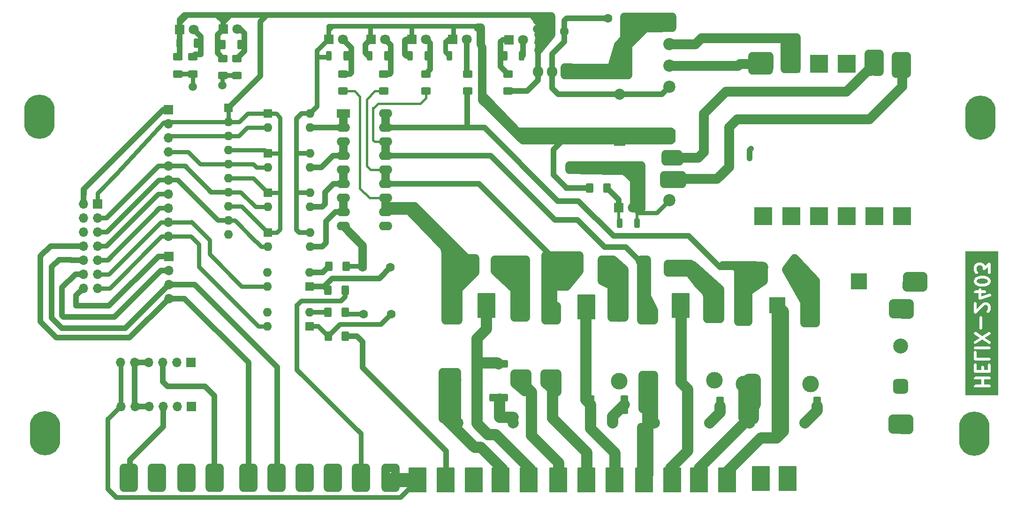
<source format=gbr>
%TF.GenerationSoftware,KiCad,Pcbnew,7.0.2*%
%TF.CreationDate,2024-03-07T12:51:36+05:30*%
%TF.ProjectId,helix2403,68656c69-7832-4343-9033-2e6b69636164,rev?*%
%TF.SameCoordinates,Original*%
%TF.FileFunction,Copper,L2,Bot*%
%TF.FilePolarity,Positive*%
%FSLAX46Y46*%
G04 Gerber Fmt 4.6, Leading zero omitted, Abs format (unit mm)*
G04 Created by KiCad (PCBNEW 7.0.2) date 2024-03-07 12:51:36*
%MOMM*%
%LPD*%
G01*
G04 APERTURE LIST*
G04 Aperture macros list*
%AMRoundRect*
0 Rectangle with rounded corners*
0 $1 Rounding radius*
0 $2 $3 $4 $5 $6 $7 $8 $9 X,Y pos of 4 corners*
0 Add a 4 corners polygon primitive as box body*
4,1,4,$2,$3,$4,$5,$6,$7,$8,$9,$2,$3,0*
0 Add four circle primitives for the rounded corners*
1,1,$1+$1,$2,$3*
1,1,$1+$1,$4,$5*
1,1,$1+$1,$6,$7*
1,1,$1+$1,$8,$9*
0 Add four rect primitives between the rounded corners*
20,1,$1+$1,$2,$3,$4,$5,0*
20,1,$1+$1,$4,$5,$6,$7,0*
20,1,$1+$1,$6,$7,$8,$9,0*
20,1,$1+$1,$8,$9,$2,$3,0*%
G04 Aperture macros list end*
%TA.AperFunction,NonConductor*%
%ADD10C,1.500000*%
%TD*%
%TA.AperFunction,NonConductor*%
%ADD11C,0.550000*%
%TD*%
%TA.AperFunction,NonConductor*%
%ADD12C,0.200000*%
%TD*%
%TA.AperFunction,NonConductor*%
%ADD13C,1.600000*%
%TD*%
%ADD14C,0.500000*%
%TA.AperFunction,ComponentPad*%
%ADD15C,2.000000*%
%TD*%
%TA.AperFunction,ComponentPad*%
%ADD16R,1.600000X1.600000*%
%TD*%
%TA.AperFunction,ComponentPad*%
%ADD17O,1.600000X1.600000*%
%TD*%
%TA.AperFunction,ComponentPad*%
%ADD18R,3.000000X3.000000*%
%TD*%
%TA.AperFunction,ComponentPad*%
%ADD19C,3.000000*%
%TD*%
%TA.AperFunction,ComponentPad*%
%ADD20C,1.600000*%
%TD*%
%TA.AperFunction,ComponentPad*%
%ADD21R,1.700000X1.700000*%
%TD*%
%TA.AperFunction,ComponentPad*%
%ADD22O,1.700000X1.700000*%
%TD*%
%TA.AperFunction,ComponentPad*%
%ADD23R,2.200000X2.200000*%
%TD*%
%TA.AperFunction,ComponentPad*%
%ADD24O,2.200000X2.200000*%
%TD*%
%TA.AperFunction,ComponentPad*%
%ADD25R,2.500000X2.500000*%
%TD*%
%TA.AperFunction,ComponentPad*%
%ADD26C,2.500000*%
%TD*%
%TA.AperFunction,ComponentPad*%
%ADD27R,2.000000X2.000000*%
%TD*%
%TA.AperFunction,WasherPad*%
%ADD28O,5.500000X8.000000*%
%TD*%
%TA.AperFunction,ComponentPad*%
%ADD29R,2.400000X1.600000*%
%TD*%
%TA.AperFunction,ComponentPad*%
%ADD30O,2.400000X1.600000*%
%TD*%
%TA.AperFunction,ComponentPad*%
%ADD31C,2.200000*%
%TD*%
%TA.AperFunction,ComponentPad*%
%ADD32R,1.905000X2.000000*%
%TD*%
%TA.AperFunction,ComponentPad*%
%ADD33O,1.905000X2.000000*%
%TD*%
%TA.AperFunction,ComponentPad*%
%ADD34RoundRect,0.675000X0.675000X-0.675000X0.675000X0.675000X-0.675000X0.675000X-0.675000X-0.675000X0*%
%TD*%
%TA.AperFunction,ComponentPad*%
%ADD35C,2.700000*%
%TD*%
%TA.AperFunction,ComponentPad*%
%ADD36R,1.800000X1.800000*%
%TD*%
%TA.AperFunction,ComponentPad*%
%ADD37C,1.800000*%
%TD*%
%TA.AperFunction,ComponentPad*%
%ADD38R,3.200000X3.200000*%
%TD*%
%TA.AperFunction,SMDPad,CuDef*%
%ADD39RoundRect,0.250000X0.625000X-0.400000X0.625000X0.400000X-0.625000X0.400000X-0.625000X-0.400000X0*%
%TD*%
%TA.AperFunction,SMDPad,CuDef*%
%ADD40RoundRect,0.190000X-0.285000X-0.685000X0.285000X-0.685000X0.285000X0.685000X-0.285000X0.685000X0*%
%TD*%
%TA.AperFunction,SMDPad,CuDef*%
%ADD41RoundRect,0.250000X0.400000X0.625000X-0.400000X0.625000X-0.400000X-0.625000X0.400000X-0.625000X0*%
%TD*%
%TA.AperFunction,SMDPad,CuDef*%
%ADD42RoundRect,0.249999X-0.450001X-1.425001X0.450001X-1.425001X0.450001X1.425001X-0.450001X1.425001X0*%
%TD*%
%TA.AperFunction,SMDPad,CuDef*%
%ADD43RoundRect,0.249999X-1.425001X0.450001X-1.425001X-0.450001X1.425001X-0.450001X1.425001X0.450001X0*%
%TD*%
%TA.AperFunction,SMDPad,CuDef*%
%ADD44RoundRect,0.250000X-0.400000X-0.625000X0.400000X-0.625000X0.400000X0.625000X-0.400000X0.625000X0*%
%TD*%
%TA.AperFunction,ViaPad*%
%ADD45C,1.500000*%
%TD*%
%TA.AperFunction,Conductor*%
%ADD46C,1.000000*%
%TD*%
%TA.AperFunction,Conductor*%
%ADD47C,0.750000*%
%TD*%
%TA.AperFunction,Conductor*%
%ADD48C,0.000000*%
%TD*%
%TA.AperFunction,Conductor*%
%ADD49C,0.250000*%
%TD*%
%TA.AperFunction,Conductor*%
%ADD50C,1.500000*%
%TD*%
%TA.AperFunction,Conductor*%
%ADD51C,0.850000*%
%TD*%
%TA.AperFunction,Conductor*%
%ADD52C,0.500000*%
%TD*%
%TA.AperFunction,Conductor*%
%ADD53C,0.800000*%
%TD*%
%TA.AperFunction,Conductor*%
%ADD54C,2.000000*%
%TD*%
%TA.AperFunction,Conductor*%
%ADD55C,0.450000*%
%TD*%
%TA.AperFunction,Conductor*%
%ADD56C,2.500000*%
%TD*%
%TA.AperFunction,Conductor*%
%ADD57C,1.750000*%
%TD*%
G04 APERTURE END LIST*
D10*
X106493000Y-128016000D02*
X108271000Y-128016000D01*
X154880000Y-88646000D02*
X152848000Y-86868000D01*
X139132000Y-43688000D02*
X138878000Y-42926000D01*
X135322000Y-88646000D02*
X134306000Y-88646000D01*
X142688000Y-91694000D02*
X145482000Y-88646000D01*
X142688000Y-95250000D02*
X141672000Y-94742000D01*
X151832000Y-90170000D02*
X153610000Y-91186000D01*
X160214000Y-115824000D02*
X159198000Y-117348000D01*
X158690000Y-88392000D02*
X157674000Y-87122000D01*
X151832000Y-91186000D02*
X153610000Y-91186000D01*
X117034000Y-77216000D02*
X126432000Y-86614000D01*
X177232000Y-98044000D02*
X177232000Y-91948000D01*
X205883200Y-53238400D02*
X205095800Y-53289200D01*
X108271000Y-124460000D02*
X106493000Y-124460000D01*
D11*
X139386000Y-45974000D02*
X139386000Y-47752000D01*
D10*
X102302000Y-125222000D02*
X102302000Y-126746000D01*
X172152000Y-92202000D02*
X167326000Y-87884000D01*
X200981000Y-52882800D02*
X200193600Y-52933600D01*
X185106000Y-88138000D02*
X185614000Y-90932000D01*
X156962800Y-45567600D02*
X154372000Y-48742600D01*
X157928000Y-126238000D02*
X157928000Y-117094000D01*
X146752000Y-86106000D02*
X146752000Y-88900000D01*
X141672000Y-46228000D02*
X139386000Y-49022000D01*
X142815000Y-110744000D02*
X142815000Y-107442000D01*
X178019400Y-52095400D02*
X178019400Y-52679600D01*
X134306000Y-90170000D02*
X135322000Y-88646000D01*
X96333000Y-124460000D02*
X96333000Y-128016000D01*
X144466000Y-91694000D02*
X142688000Y-91694000D01*
X163541400Y-44932600D02*
X156658000Y-45135800D01*
X124400000Y-91440000D02*
X126940000Y-88392000D01*
X162754000Y-89154000D02*
X162754000Y-87630000D01*
X124146000Y-89408000D02*
X123638000Y-95250000D01*
X150816000Y-86868000D02*
X150816000Y-90678000D01*
X71441000Y-124460000D02*
X69663000Y-124460000D01*
D12*
X146498000Y-124460000D02*
X149546000Y-124460000D01*
X149546000Y-128778000D01*
X146498000Y-128778000D01*
X146498000Y-124460000D01*
%TA.AperFunction,NonConductor*%
G36*
X146498000Y-124460000D02*
G01*
X149546000Y-124460000D01*
X149546000Y-128778000D01*
X146498000Y-128778000D01*
X146498000Y-124460000D01*
G37*
%TD.AperFunction*%
D10*
X158182000Y-113792000D02*
X158182000Y-107696000D01*
X142180000Y-86614000D02*
X142434000Y-86106000D01*
X187392000Y-90170000D02*
X187646000Y-90932000D01*
X153610000Y-91186000D02*
X153610000Y-88900000D01*
X157928000Y-86868000D02*
X158944000Y-86868000D01*
X123384000Y-88392000D02*
X122368000Y-84582000D01*
X179264000Y-88900000D02*
X176978000Y-89408000D01*
X162601600Y-43992800D02*
X156378600Y-45516800D01*
X108271000Y-128016000D02*
X108271000Y-124460000D01*
X145075600Y-52374800D02*
X154651400Y-52222400D01*
X136846000Y-64770000D02*
X136338000Y-64262000D01*
D12*
X136084000Y-124460000D02*
X139132000Y-124460000D01*
X139132000Y-128778000D01*
X136084000Y-128778000D01*
X136084000Y-124460000D01*
%TA.AperFunction,NonConductor*%
G36*
X136084000Y-124460000D02*
G01*
X139132000Y-124460000D01*
X139132000Y-128778000D01*
X136084000Y-128778000D01*
X136084000Y-124460000D01*
G37*
%TD.AperFunction*%
D10*
X126432000Y-86614000D02*
X127956000Y-86614000D01*
X187900000Y-91948000D02*
X186376000Y-91440000D01*
X125416000Y-87122000D02*
X124400000Y-87122000D01*
X69663000Y-124460000D02*
X69663000Y-128016000D01*
X141672000Y-44704000D02*
X141672000Y-46228000D01*
X162373000Y-67818000D02*
X162373000Y-69088000D01*
X137100000Y-87630000D02*
X132528000Y-87884000D01*
X113605000Y-124460000D02*
X111827000Y-124460000D01*
X185614000Y-86614000D02*
X184090000Y-88646000D01*
X175454000Y-98044000D02*
X177232000Y-98044000D01*
X74997000Y-128016000D02*
X76775000Y-128016000D01*
X176978000Y-89408000D02*
X178502000Y-87884000D01*
D12*
X177994000Y-124206000D02*
X181042000Y-124206000D01*
X181042000Y-128524000D01*
X177994000Y-128524000D01*
X177994000Y-124206000D01*
%TA.AperFunction,NonConductor*%
G36*
X177994000Y-124206000D02*
G01*
X181042000Y-124206000D01*
X181042000Y-128524000D01*
X177994000Y-128524000D01*
X177994000Y-124206000D01*
G37*
%TD.AperFunction*%
D10*
X93031000Y-124460000D02*
X91253000Y-124460000D01*
X111954000Y-77216000D02*
X117034000Y-77216000D01*
X163541400Y-42951400D02*
X163541400Y-44932600D01*
X154372000Y-48742600D02*
X155540400Y-48234600D01*
X140656000Y-86106000D02*
X140656000Y-97028000D01*
X96333000Y-128016000D02*
X98111000Y-128016000D01*
X137100000Y-97282000D02*
X135068000Y-97282000D01*
X170628000Y-92710000D02*
X170882000Y-94742000D01*
X74997000Y-124460000D02*
X74997000Y-128016000D01*
X165294000Y-71628000D02*
X162119000Y-71628000D01*
X158690000Y-94234000D02*
X158944000Y-95250000D01*
X156912000Y-70866000D02*
X157166000Y-76454000D01*
X86173000Y-128016000D02*
X87951000Y-128016000D01*
X152695600Y-51790600D02*
X153787800Y-48056800D01*
X172152000Y-97536000D02*
X172152000Y-92202000D01*
D12*
X171898000Y-124460000D02*
X174946000Y-124460000D01*
X174946000Y-128778000D01*
X171898000Y-128778000D01*
X171898000Y-124460000D01*
%TA.AperFunction,NonConductor*%
G36*
X171898000Y-124460000D02*
G01*
X174946000Y-124460000D01*
X174946000Y-128778000D01*
X171898000Y-128778000D01*
X171898000Y-124460000D01*
G37*
%TD.AperFunction*%
X121098000Y-124460000D02*
X124146000Y-124460000D01*
X124146000Y-128778000D01*
X121098000Y-128778000D01*
X121098000Y-124460000D01*
%TA.AperFunction,NonConductor*%
G36*
X121098000Y-124460000D02*
G01*
X124146000Y-124460000D01*
X124146000Y-128778000D01*
X121098000Y-128778000D01*
X121098000Y-124460000D01*
G37*
%TD.AperFunction*%
D10*
X155642000Y-46151800D02*
X155642000Y-42951400D01*
X179010000Y-89916000D02*
X179264000Y-88900000D01*
X111827000Y-128016000D02*
X113605000Y-128016000D01*
X167326000Y-87884000D02*
X167072000Y-88392000D01*
X151832000Y-87630000D02*
X151832000Y-90170000D01*
X163262000Y-63754000D02*
X163262000Y-65024000D01*
X137354000Y-107442000D02*
X135068000Y-107442000D01*
X200981000Y-49707800D02*
X200981000Y-52882800D01*
X186122000Y-91694000D02*
X187900000Y-91948000D01*
X86173000Y-124460000D02*
X86173000Y-128016000D01*
X81855000Y-128016000D02*
X81855000Y-124460000D01*
D11*
X139386000Y-47752000D02*
X138878000Y-47752000D01*
D10*
X137100000Y-87122000D02*
X137100000Y-97282000D01*
X175454000Y-88646000D02*
X175454000Y-98044000D01*
X162119000Y-71628000D02*
X162119000Y-73152000D01*
X187646000Y-90932000D02*
X186122000Y-88646000D01*
X135068000Y-97282000D02*
X135068000Y-92202000D01*
X143450000Y-86868000D02*
X142180000Y-86614000D01*
X152594000Y-87630000D02*
X152594000Y-97282000D01*
D12*
X116018000Y-124460000D02*
X119066000Y-124460000D01*
X119066000Y-128778000D01*
X116018000Y-128778000D01*
X116018000Y-124460000D01*
%TA.AperFunction,NonConductor*%
G36*
X116018000Y-124460000D02*
G01*
X119066000Y-124460000D01*
X119066000Y-128778000D01*
X116018000Y-128778000D01*
X116018000Y-124460000D01*
G37*
%TD.AperFunction*%
D10*
X64583000Y-124460000D02*
X64583000Y-128016000D01*
D12*
X128464000Y-92964000D02*
X131512000Y-92964000D01*
X131512000Y-97282000D01*
X128464000Y-97282000D01*
X128464000Y-92964000D01*
%TA.AperFunction,NonConductor*%
G36*
X128464000Y-92964000D02*
G01*
X131512000Y-92964000D01*
X131512000Y-97282000D01*
X128464000Y-97282000D01*
X128464000Y-92964000D01*
G37*
%TD.AperFunction*%
D10*
X136338000Y-64262000D02*
X163008000Y-64516000D01*
X200142800Y-52832000D02*
X198999800Y-52857400D01*
X145736000Y-86868000D02*
X143450000Y-86868000D01*
X164659000Y-68580000D02*
X164659000Y-67818000D01*
X158182000Y-107696000D02*
X160214000Y-107696000D01*
X87951000Y-124460000D02*
X86173000Y-124460000D01*
X97222000Y-125222000D02*
X97222000Y-126746000D01*
X143704000Y-88646000D02*
X143196000Y-89154000D01*
X122622000Y-97790000D02*
X122622000Y-83566000D01*
X178502000Y-87884000D02*
X172660000Y-87884000D01*
X180991200Y-52679600D02*
X181016600Y-52044600D01*
X140529000Y-109220000D02*
X142307000Y-110744000D01*
D13*
X203419400Y-96596200D02*
X206264200Y-96647000D01*
D10*
X160214000Y-96012000D02*
X160214000Y-97790000D01*
X198999800Y-52857400D02*
X198999800Y-49707800D01*
X183836000Y-47904400D02*
X183836000Y-49936400D01*
X122622000Y-83566000D02*
X125416000Y-87122000D01*
X170882000Y-94742000D02*
X168088000Y-90424000D01*
X138649400Y-42875200D02*
X141672000Y-42875200D01*
X139640000Y-44704000D02*
X139132000Y-45212000D01*
X185969600Y-46685200D02*
X183734400Y-46685200D01*
D13*
X206175300Y-117475000D02*
X206200700Y-115544600D01*
D10*
X135068000Y-107442000D02*
X135068000Y-109220000D01*
X153610000Y-88900000D02*
X151832000Y-87630000D01*
X103191000Y-124460000D02*
X101413000Y-124460000D01*
X140148000Y-44704000D02*
X141672000Y-44704000D01*
X205883200Y-50063400D02*
X205883200Y-53238400D01*
X103191000Y-128016000D02*
X103191000Y-124460000D01*
D13*
X205883200Y-91719400D02*
X208753400Y-91719400D01*
D10*
X162373000Y-69088000D02*
X164786000Y-69088000D01*
X163008000Y-64516000D02*
X163262000Y-64135000D01*
X146396400Y-52273200D02*
X145151800Y-52171600D01*
X168088000Y-90424000D02*
X166564000Y-89154000D01*
X137100000Y-86868000D02*
X137100000Y-87630000D01*
X141672000Y-94742000D02*
X141164000Y-87376000D01*
D12*
X166818000Y-124460000D02*
X169866000Y-124460000D01*
X169866000Y-128778000D01*
X166818000Y-128778000D01*
X166818000Y-124460000D01*
%TA.AperFunction,NonConductor*%
G36*
X166818000Y-124460000D02*
G01*
X169866000Y-124460000D01*
X169866000Y-128778000D01*
X166818000Y-128778000D01*
X166818000Y-124460000D01*
G37*
%TD.AperFunction*%
D10*
X135576000Y-63754000D02*
X129480000Y-57404000D01*
X172660000Y-87884000D02*
X177232000Y-87884000D01*
X144110400Y-52171600D02*
X144110400Y-53492400D01*
X150816000Y-90678000D02*
X151832000Y-91186000D01*
X154651400Y-52222400D02*
X154651400Y-50317400D01*
X128972000Y-44958000D02*
X128464000Y-44958000D01*
X141672000Y-42926000D02*
X141672000Y-44704000D01*
X66361000Y-124460000D02*
X64583000Y-124460000D01*
X178248000Y-89916000D02*
X179010000Y-89916000D01*
X185868000Y-88900000D02*
X186884000Y-89154000D01*
X181016600Y-50114200D02*
X181016600Y-52044600D01*
X153610000Y-95504000D02*
X153610000Y-91186000D01*
X187392000Y-92710000D02*
X187392000Y-98298000D01*
X145151800Y-52171600D02*
X144110400Y-52171600D01*
X142815000Y-107442000D02*
X140529000Y-107442000D01*
X186376000Y-91440000D02*
X185868000Y-88900000D01*
D12*
X182820000Y-124206000D02*
X185868000Y-124206000D01*
X185868000Y-128524000D01*
X182820000Y-128524000D01*
X182820000Y-124206000D01*
%TA.AperFunction,NonConductor*%
G36*
X182820000Y-124206000D02*
G01*
X185868000Y-124206000D01*
X185868000Y-128524000D01*
X182820000Y-128524000D01*
X182820000Y-124206000D01*
G37*
%TD.AperFunction*%
D10*
X155540400Y-48234600D02*
X155565800Y-52349400D01*
X205045000Y-53187600D02*
X203902000Y-53213000D01*
X164659000Y-67818000D02*
X162373000Y-67818000D01*
X80077000Y-124460000D02*
X80077000Y-128016000D01*
X134306000Y-88646000D02*
X135576000Y-90170000D01*
X140656000Y-44958000D02*
X139386000Y-46228000D01*
X162119000Y-73152000D02*
X165294000Y-73152000D01*
X141164000Y-43942000D02*
X139386000Y-46228000D01*
X122368000Y-84582000D02*
X115764000Y-77724000D01*
X157928000Y-69850000D02*
X157928000Y-77724000D01*
X81855000Y-124460000D02*
X80077000Y-124460000D01*
X98111000Y-124460000D02*
X96333000Y-124460000D01*
D12*
X161992000Y-124460000D02*
X165040000Y-124460000D01*
X165040000Y-128778000D01*
X161992000Y-128778000D01*
X161992000Y-124460000D01*
%TA.AperFunction,NonConductor*%
G36*
X161992000Y-124460000D02*
G01*
X165040000Y-124460000D01*
X165040000Y-128778000D01*
X161992000Y-128778000D01*
X161992000Y-124460000D01*
G37*
%TD.AperFunction*%
D10*
X123384000Y-86106000D02*
X123384000Y-88392000D01*
X158944000Y-95250000D02*
X158182000Y-87376000D01*
X176724000Y-92964000D02*
X178248000Y-89916000D01*
X156378600Y-45516800D02*
X156962800Y-45567600D01*
X127956000Y-89154000D02*
X124908000Y-92202000D01*
D11*
X138878000Y-47752000D02*
X139132000Y-46482000D01*
D10*
X145482000Y-88646000D02*
X143704000Y-88646000D01*
D12*
X156912000Y-124460000D02*
X159960000Y-124460000D01*
X159960000Y-128778000D01*
X156912000Y-128778000D01*
X156912000Y-124460000D01*
%TA.AperFunction,NonConductor*%
G36*
X156912000Y-124460000D02*
G01*
X159960000Y-124460000D01*
X159960000Y-128778000D01*
X156912000Y-128778000D01*
X156912000Y-124460000D01*
G37*
%TD.AperFunction*%
D10*
X158944000Y-86868000D02*
X158944000Y-93472000D01*
X141926000Y-86106000D02*
X146752000Y-86106000D01*
X135068000Y-109220000D02*
X136846000Y-110744000D01*
X70552000Y-124714000D02*
X70552000Y-126492000D01*
X144974000Y-69850000D02*
X144974000Y-70612000D01*
X139132000Y-45212000D02*
X140148000Y-44704000D01*
X160214000Y-107696000D02*
X160214000Y-115824000D01*
X157928000Y-97790000D02*
X157928000Y-86868000D01*
X140656000Y-97028000D02*
X140656000Y-97790000D01*
X154651400Y-50317400D02*
X154880000Y-46659800D01*
D12*
X151578000Y-124460000D02*
X154626000Y-124460000D01*
X154626000Y-128778000D01*
X151578000Y-128778000D01*
X151578000Y-124460000D01*
%TA.AperFunction,NonConductor*%
G36*
X151578000Y-124460000D02*
G01*
X154626000Y-124460000D01*
X154626000Y-128778000D01*
X151578000Y-128778000D01*
X151578000Y-124460000D01*
G37*
%TD.AperFunction*%
D10*
X142942000Y-90170000D02*
X144085000Y-90170000D01*
D13*
X203330500Y-115544600D02*
X203330500Y-117424200D01*
D10*
X143196000Y-89154000D02*
X142942000Y-90170000D01*
D12*
X146498000Y-93218000D02*
X149546000Y-93218000D01*
X149546000Y-97536000D01*
X146498000Y-97536000D01*
X146498000Y-93218000D01*
%TA.AperFunction,NonConductor*%
G36*
X146498000Y-93218000D02*
G01*
X149546000Y-93218000D01*
X149546000Y-97536000D01*
X146498000Y-97536000D01*
X146498000Y-93218000D01*
G37*
%TD.AperFunction*%
D10*
X64583000Y-128016000D02*
X66361000Y-128016000D01*
D13*
X205908600Y-89789000D02*
X205883200Y-91719400D01*
D10*
X155565800Y-53492400D02*
X155565800Y-52349400D01*
X154880000Y-46659800D02*
X154880000Y-42976800D01*
X180026000Y-90678000D02*
X176724000Y-92964000D01*
X144085000Y-90170000D02*
X145736000Y-86868000D01*
X76775000Y-128016000D02*
X76775000Y-124460000D01*
X166564000Y-88392000D02*
X163770000Y-88392000D01*
X158944000Y-93472000D02*
X160214000Y-96012000D01*
X187392000Y-98298000D02*
X189424000Y-98298000D01*
X156658000Y-45135800D02*
X156632600Y-44399200D01*
X126940000Y-88392000D02*
X124146000Y-89408000D01*
X162754000Y-87630000D02*
X166818000Y-87630000D01*
X124654000Y-107188000D02*
X122114000Y-107188000D01*
X163262000Y-65278000D02*
X136592000Y-65278000D01*
X189424000Y-98298000D02*
X189424000Y-90678000D01*
X152594000Y-97282000D02*
X154880000Y-97282000D01*
X203902000Y-53213000D02*
X203902000Y-50063400D01*
X101413000Y-124460000D02*
X101413000Y-128016000D01*
X137354000Y-110744000D02*
X137354000Y-107442000D01*
X91253000Y-124460000D02*
X91253000Y-128016000D01*
X140402000Y-43688000D02*
X141164000Y-43942000D01*
X155565800Y-52349400D02*
X145075600Y-52374800D01*
X123384000Y-88392000D02*
X126940000Y-88392000D01*
D13*
X203330500Y-117424200D02*
X206175300Y-117475000D01*
D11*
X128718000Y-47498000D02*
X128718000Y-58166000D01*
D10*
X87951000Y-128016000D02*
X87951000Y-124460000D01*
X181016600Y-52044600D02*
X178019400Y-52095400D01*
X113605000Y-128016000D02*
X113605000Y-124460000D01*
X155642000Y-42951400D02*
X163541400Y-42951400D01*
X186884000Y-89154000D02*
X187392000Y-90170000D01*
X131512000Y-88900000D02*
X131512000Y-86868000D01*
X146752000Y-88900000D02*
X144466000Y-91694000D01*
X140529000Y-107442000D02*
X140529000Y-109220000D01*
X166564000Y-89154000D02*
X162754000Y-89154000D01*
X189424000Y-90678000D02*
X185614000Y-86614000D01*
X157928000Y-69850000D02*
X144974000Y-69850000D01*
X169866000Y-93472000D02*
X169866000Y-97536000D01*
X168342000Y-91440000D02*
X169612000Y-92710000D01*
X198999800Y-49707800D02*
X200981000Y-49707800D01*
X157928000Y-70612000D02*
X157928000Y-69850000D01*
X80077000Y-128016000D02*
X81855000Y-128016000D01*
X98111000Y-128016000D02*
X98111000Y-124460000D01*
X160214000Y-97790000D02*
X157928000Y-97790000D01*
X183810600Y-49936400D02*
X183810600Y-52400200D01*
X183810600Y-52400200D02*
X185995000Y-52374800D01*
X163262000Y-64516000D02*
X163262000Y-63754000D01*
D13*
X206289600Y-94716600D02*
X203419400Y-94716600D01*
D10*
X122114000Y-107188000D02*
X122114000Y-115570000D01*
X169612000Y-92710000D02*
X169866000Y-93472000D01*
X101413000Y-128016000D02*
X103191000Y-128016000D01*
X183810600Y-52400200D02*
X185995000Y-52374800D01*
X154880000Y-97282000D02*
X154880000Y-88646000D01*
X144974000Y-70612000D02*
X156912000Y-70866000D01*
X154880000Y-42976800D02*
X155642000Y-42951400D01*
X177943200Y-51333400D02*
X177968600Y-50114200D01*
X124908000Y-92202000D02*
X124908000Y-97790000D01*
X144110400Y-53492400D02*
X155565800Y-53492400D01*
X131512000Y-86868000D02*
X137100000Y-86868000D01*
D12*
X126178000Y-124460000D02*
X129226000Y-124460000D01*
X129226000Y-128778000D01*
X126178000Y-128778000D01*
X126178000Y-124460000D01*
%TA.AperFunction,NonConductor*%
G36*
X126178000Y-124460000D02*
G01*
X129226000Y-124460000D01*
X129226000Y-128778000D01*
X126178000Y-128778000D01*
X126178000Y-124460000D01*
G37*
%TD.AperFunction*%
D10*
X167072000Y-88392000D02*
X170628000Y-92710000D01*
X127956000Y-86614000D02*
X127956000Y-89154000D01*
X132528000Y-87884000D02*
X134306000Y-90170000D01*
X177968600Y-50114200D02*
X181016600Y-50114200D01*
D12*
X163516000Y-92964000D02*
X166564000Y-92964000D01*
X166564000Y-97282000D01*
X163516000Y-97282000D01*
X163516000Y-92964000D01*
%TA.AperFunction,NonConductor*%
G36*
X163516000Y-92964000D02*
G01*
X166564000Y-92964000D01*
X166564000Y-97282000D01*
X163516000Y-97282000D01*
X163516000Y-92964000D01*
G37*
%TD.AperFunction*%
D10*
X123638000Y-95250000D02*
X124400000Y-91440000D01*
X124654000Y-116586000D02*
X124654000Y-107188000D01*
X180026000Y-88138000D02*
X180026000Y-90678000D01*
X128972000Y-48006000D02*
X128972000Y-44958000D01*
X152848000Y-86868000D02*
X150816000Y-86868000D01*
X142688000Y-97790000D02*
X142688000Y-95250000D01*
X111827000Y-124460000D02*
X111827000Y-128016000D01*
X165548000Y-87884000D02*
X168342000Y-91440000D01*
D13*
X206200700Y-115544600D02*
X203330500Y-115544600D01*
D10*
X163262000Y-63754000D02*
X135576000Y-63754000D01*
X106493000Y-124460000D02*
X106493000Y-128016000D01*
X166818000Y-87630000D02*
X166564000Y-88392000D01*
X140656000Y-97790000D02*
X142688000Y-97790000D01*
D13*
X208753400Y-91719400D02*
X208753400Y-89839800D01*
D10*
X156632600Y-44399200D02*
X162601600Y-43992800D01*
X75886000Y-125222000D02*
X75886000Y-126746000D01*
X129226000Y-57404000D02*
X129226000Y-48514000D01*
X66361000Y-128016000D02*
X66361000Y-124460000D01*
D13*
X206264200Y-96647000D02*
X206289600Y-94716600D01*
D10*
X184090000Y-88646000D02*
X187392000Y-94488000D01*
D12*
X131004000Y-124460000D02*
X134052000Y-124460000D01*
X134052000Y-128778000D01*
X131004000Y-128778000D01*
X131004000Y-124460000D01*
%TA.AperFunction,NonConductor*%
G36*
X131004000Y-124460000D02*
G01*
X134052000Y-124460000D01*
X134052000Y-128778000D01*
X131004000Y-128778000D01*
X131004000Y-124460000D01*
G37*
%TD.AperFunction*%
D10*
X76775000Y-124460000D02*
X74997000Y-124460000D01*
X175200000Y-88392000D02*
X176216000Y-89662000D01*
X153787800Y-48056800D02*
X155642000Y-46151800D01*
D13*
X203419400Y-94716600D02*
X203419400Y-96596200D01*
D10*
X185995000Y-52374800D02*
X185969600Y-46685200D01*
X124908000Y-97790000D02*
X122622000Y-97790000D01*
X123384000Y-115062000D02*
X123638000Y-110236000D01*
X177232000Y-91948000D02*
X176470000Y-93726000D01*
X186122000Y-92202000D02*
X187900000Y-92202000D01*
X177232000Y-87884000D02*
X175581000Y-87884000D01*
X135068000Y-92202000D02*
X131512000Y-88900000D01*
D12*
X141418000Y-124460000D02*
X144466000Y-124460000D01*
X144466000Y-128778000D01*
X141418000Y-128778000D01*
X141418000Y-124460000D01*
%TA.AperFunction,NonConductor*%
G36*
X141418000Y-124460000D02*
G01*
X144466000Y-124460000D01*
X144466000Y-128778000D01*
X141418000Y-128778000D01*
X141418000Y-124460000D01*
G37*
%TD.AperFunction*%
D10*
X141164000Y-87376000D02*
X142180000Y-87630000D01*
X93031000Y-128016000D02*
X93031000Y-124460000D01*
X122114000Y-115570000D02*
X123384000Y-115062000D01*
X69663000Y-128016000D02*
X71441000Y-128016000D01*
X91253000Y-128016000D02*
X93031000Y-128016000D01*
X178019400Y-52679600D02*
X180991200Y-52679600D01*
D11*
X139132000Y-46482000D02*
X140148000Y-44704000D01*
D10*
X203902000Y-50063400D02*
X205883200Y-50063400D01*
D13*
X208753400Y-89839800D02*
X205908600Y-89789000D01*
D10*
X169866000Y-97536000D02*
X172152000Y-97536000D01*
X142434000Y-86106000D02*
X140656000Y-86106000D01*
X124400000Y-87122000D02*
X123384000Y-86106000D01*
X71441000Y-128016000D02*
X71441000Y-124460000D01*
D14*
G36*
X220176002Y-90352831D02*
G01*
X220353267Y-90441463D01*
X220414941Y-90503137D01*
X220489452Y-90652158D01*
X220489452Y-90772220D01*
X220414940Y-90921242D01*
X220353266Y-90982917D01*
X220176003Y-91071547D01*
X219756294Y-91176476D01*
X219222611Y-91176476D01*
X218802902Y-91071549D01*
X218625635Y-90982916D01*
X218563964Y-90921244D01*
X218489452Y-90772220D01*
X218489452Y-90652159D01*
X218563963Y-90503136D01*
X218625636Y-90441463D01*
X218802901Y-90352830D01*
X219222608Y-90247905D01*
X219756295Y-90247905D01*
X220176002Y-90352831D01*
G37*
G36*
X222378143Y-111343143D02*
G01*
X216413857Y-111343143D01*
X216413857Y-109677842D01*
X217981550Y-109677842D01*
X218042538Y-109811388D01*
X218166045Y-109890761D01*
X219531098Y-109890761D01*
X219586057Y-109898663D01*
X219603360Y-109890761D01*
X220775396Y-109890761D01*
X220880318Y-109859953D01*
X220976460Y-109748999D01*
X220997354Y-109603680D01*
X220936366Y-109470134D01*
X220812859Y-109390761D01*
X219798976Y-109390761D01*
X219798976Y-108462190D01*
X220775396Y-108462190D01*
X220880318Y-108431382D01*
X220976460Y-108320428D01*
X220997354Y-108175109D01*
X220936366Y-108041563D01*
X220812859Y-107962190D01*
X219566854Y-107962190D01*
X219511895Y-107954288D01*
X219494592Y-107962190D01*
X218203508Y-107962190D01*
X218098586Y-107992998D01*
X218002444Y-108103952D01*
X217981550Y-108249271D01*
X218042538Y-108382817D01*
X218166045Y-108462190D01*
X219298976Y-108462190D01*
X219298976Y-109390761D01*
X218203508Y-109390761D01*
X218098586Y-109421569D01*
X218002444Y-109532523D01*
X217981550Y-109677842D01*
X216413857Y-109677842D01*
X216413857Y-107058794D01*
X217981550Y-107058794D01*
X218004616Y-107109303D01*
X218020260Y-107162579D01*
X218034635Y-107175035D01*
X218042538Y-107192340D01*
X218089253Y-107222362D01*
X218131214Y-107258721D01*
X218150041Y-107261427D01*
X218166045Y-107271713D01*
X218221574Y-107271713D01*
X218276533Y-107279615D01*
X218293836Y-107271713D01*
X219531098Y-107271713D01*
X219586057Y-107279615D01*
X219603360Y-107271713D01*
X220721574Y-107271713D01*
X220776533Y-107279615D01*
X220827042Y-107256548D01*
X220880318Y-107240905D01*
X220892774Y-107226529D01*
X220910079Y-107218627D01*
X220940101Y-107171911D01*
X220976460Y-107129951D01*
X220979166Y-107111123D01*
X220989452Y-107095120D01*
X220989452Y-107039590D01*
X220997354Y-106984632D01*
X220989452Y-106967328D01*
X220989452Y-105795293D01*
X220958644Y-105690371D01*
X220847690Y-105594229D01*
X220702371Y-105573335D01*
X220568825Y-105634323D01*
X220489452Y-105757830D01*
X220489452Y-106771713D01*
X219798976Y-106771713D01*
X219798976Y-106152436D01*
X219768168Y-106047514D01*
X219657214Y-105951372D01*
X219511895Y-105930478D01*
X219378349Y-105991466D01*
X219298976Y-106114973D01*
X219298976Y-106771713D01*
X218489452Y-106771713D01*
X218489452Y-105795293D01*
X218458644Y-105690371D01*
X218347690Y-105594229D01*
X218202371Y-105573335D01*
X218068825Y-105634323D01*
X217989452Y-105757830D01*
X217989452Y-107003835D01*
X217981550Y-107058794D01*
X216413857Y-107058794D01*
X216413857Y-104796889D01*
X217981550Y-104796889D01*
X218004616Y-104847398D01*
X218020260Y-104900674D01*
X218034635Y-104913130D01*
X218042538Y-104930435D01*
X218089253Y-104960457D01*
X218131214Y-104996816D01*
X218150041Y-104999522D01*
X218166045Y-105009808D01*
X218221574Y-105009808D01*
X218276533Y-105017710D01*
X218293836Y-105009808D01*
X220775396Y-105009808D01*
X220880318Y-104979000D01*
X220976460Y-104868046D01*
X220997354Y-104722727D01*
X220936366Y-104589181D01*
X220812859Y-104509808D01*
X218489452Y-104509808D01*
X218489452Y-103533388D01*
X218458644Y-103428466D01*
X218347690Y-103332324D01*
X218202371Y-103311430D01*
X218068825Y-103372418D01*
X217989452Y-103495925D01*
X217989452Y-104741930D01*
X217981550Y-104796889D01*
X216413857Y-104796889D01*
X216413857Y-102773079D01*
X217981550Y-102773079D01*
X218042538Y-102906625D01*
X218166045Y-102985998D01*
X220775396Y-102985998D01*
X220880318Y-102955190D01*
X220976460Y-102844236D01*
X220997354Y-102698917D01*
X220936366Y-102565371D01*
X220812859Y-102485998D01*
X218203508Y-102485998D01*
X218098586Y-102516806D01*
X218002444Y-102627760D01*
X217981550Y-102773079D01*
X216413857Y-102773079D01*
X216413857Y-100149693D01*
X217980963Y-100149693D01*
X218039699Y-100284245D01*
X219038758Y-100950284D01*
X218070870Y-101595544D01*
X218000659Y-101679378D01*
X217982210Y-101825027D01*
X218045433Y-101957530D01*
X218170257Y-102034816D01*
X218317049Y-102032349D01*
X219489451Y-101250747D01*
X220630684Y-102011569D01*
X220735074Y-102044135D01*
X220876615Y-102005146D01*
X220974608Y-101895823D01*
X220997941Y-101750876D01*
X220939205Y-101616324D01*
X219940146Y-100950284D01*
X220908034Y-100305026D01*
X220978245Y-100221191D01*
X220996694Y-100075542D01*
X220933470Y-99943040D01*
X220808647Y-99865753D01*
X220661855Y-99868220D01*
X219489452Y-100649821D01*
X218348220Y-99889000D01*
X218243830Y-99856434D01*
X218102289Y-99895423D01*
X218004296Y-100004746D01*
X217980963Y-100149693D01*
X216413857Y-100149693D01*
X216413857Y-99200514D01*
X218941833Y-99200514D01*
X218972641Y-99305436D01*
X219083595Y-99401578D01*
X219228914Y-99422472D01*
X219362460Y-99361484D01*
X219441833Y-99237977D01*
X219441833Y-97223865D01*
X219411025Y-97118943D01*
X219300071Y-97022801D01*
X219154752Y-97001907D01*
X219021206Y-97062895D01*
X218941833Y-97186402D01*
X218941833Y-99200514D01*
X216413857Y-99200514D01*
X216413857Y-96252043D01*
X217984853Y-96252043D01*
X217989452Y-96316348D01*
X217989452Y-96343372D01*
X217992006Y-96352073D01*
X217995326Y-96398482D01*
X218012286Y-96421138D01*
X218020260Y-96448294D01*
X218055423Y-96478763D01*
X218083308Y-96516013D01*
X218109827Y-96525904D01*
X218131214Y-96544436D01*
X218177264Y-96551057D01*
X218220864Y-96567319D01*
X218248521Y-96561302D01*
X218276533Y-96565330D01*
X218318856Y-96546001D01*
X218364322Y-96536111D01*
X218384333Y-96516099D01*
X218410079Y-96504342D01*
X218435235Y-96465197D01*
X219803069Y-95097363D01*
X220065734Y-95009809D01*
X220204244Y-95009809D01*
X220353266Y-95084319D01*
X220414940Y-95145994D01*
X220489452Y-95295016D01*
X220489452Y-95772219D01*
X220414940Y-95921241D01*
X220299163Y-96037020D01*
X220246757Y-96132996D01*
X220257232Y-96279435D01*
X220345214Y-96396965D01*
X220482770Y-96448271D01*
X220626228Y-96417063D01*
X220775016Y-96268272D01*
X220811182Y-96246793D01*
X220841994Y-96185168D01*
X220875004Y-96124715D01*
X220874655Y-96119846D01*
X220957041Y-95955076D01*
X220989452Y-95904644D01*
X220989452Y-95853553D01*
X220998501Y-95803268D01*
X220989452Y-95781449D01*
X220989452Y-95249461D01*
X220995888Y-95189853D01*
X220973037Y-95144151D01*
X220958644Y-95095133D01*
X220940794Y-95079666D01*
X220858029Y-94914136D01*
X220849088Y-94873035D01*
X220800374Y-94824321D01*
X220753458Y-94773884D01*
X220748727Y-94772674D01*
X220700298Y-94724245D01*
X220678817Y-94688077D01*
X220617185Y-94657261D01*
X220556743Y-94624257D01*
X220551872Y-94624605D01*
X220387101Y-94542220D01*
X220336668Y-94509809D01*
X220285574Y-94509809D01*
X220235291Y-94500761D01*
X220213475Y-94509809D01*
X220056512Y-94509809D01*
X220015750Y-94499425D01*
X219950397Y-94521209D01*
X219884300Y-94540617D01*
X219881102Y-94544306D01*
X219601731Y-94637429D01*
X219543153Y-94650173D01*
X219507026Y-94686299D01*
X219465071Y-94715458D01*
X219456041Y-94737284D01*
X218489452Y-95703874D01*
X218489452Y-94723865D01*
X218458644Y-94618943D01*
X218347690Y-94522801D01*
X218202371Y-94501907D01*
X218068825Y-94562895D01*
X217989452Y-94686402D01*
X217989452Y-96243620D01*
X217984853Y-96252043D01*
X216413857Y-96252043D01*
X216413857Y-92654033D01*
X217981550Y-92654033D01*
X218042538Y-92787579D01*
X218166045Y-92866952D01*
X218822785Y-92866952D01*
X218822785Y-93757760D01*
X218813712Y-93779693D01*
X218822784Y-93829852D01*
X218822785Y-93843372D01*
X218829153Y-93865062D01*
X218839844Y-93924162D01*
X218849572Y-93934601D01*
X218853593Y-93948294D01*
X218898981Y-93987623D01*
X218939933Y-94031569D01*
X218953763Y-94035092D01*
X218964547Y-94044436D01*
X219023992Y-94052983D01*
X219082202Y-94067812D01*
X219095740Y-94063299D01*
X219109866Y-94065330D01*
X219164502Y-94040378D01*
X220971657Y-93437994D01*
X221061452Y-93375588D01*
X221117574Y-93239925D01*
X221091442Y-93095456D01*
X220991352Y-92988049D01*
X220849083Y-92951806D01*
X219322785Y-93460572D01*
X219322785Y-92866952D01*
X219942063Y-92866952D01*
X220046985Y-92836144D01*
X220143127Y-92725190D01*
X220164021Y-92579871D01*
X220103033Y-92446325D01*
X219979526Y-92366952D01*
X219322785Y-92366952D01*
X219322785Y-92223865D01*
X219291977Y-92118943D01*
X219181023Y-92022801D01*
X219035704Y-92001907D01*
X218902158Y-92062895D01*
X218822785Y-92186402D01*
X218822785Y-92366952D01*
X218203508Y-92366952D01*
X218098586Y-92397760D01*
X218002444Y-92508714D01*
X217981550Y-92654033D01*
X216413857Y-92654033D01*
X216413857Y-90621112D01*
X217980404Y-90621112D01*
X217989452Y-90642927D01*
X217989451Y-90817781D01*
X217983017Y-90877385D01*
X218005866Y-90923083D01*
X218020260Y-90972104D01*
X218038110Y-90987571D01*
X218120874Y-91153100D01*
X218129816Y-91194202D01*
X218178527Y-91242913D01*
X218225446Y-91293354D01*
X218230176Y-91294563D01*
X218278607Y-91342995D01*
X218300087Y-91379159D01*
X218361683Y-91409957D01*
X218422161Y-91442981D01*
X218427033Y-91442632D01*
X218564011Y-91511121D01*
X218583793Y-91532160D01*
X218628382Y-91543307D01*
X218635988Y-91547110D01*
X218663127Y-91551993D01*
X219091283Y-91659032D01*
X219118426Y-91676476D01*
X219161058Y-91676476D01*
X219166070Y-91677729D01*
X219196905Y-91676476D01*
X219745929Y-91676476D01*
X219776490Y-91686815D01*
X219817846Y-91676476D01*
X219823015Y-91676476D01*
X219852634Y-91667778D01*
X220280694Y-91560763D01*
X220309406Y-91563864D01*
X220350518Y-91543307D01*
X220358766Y-91541246D01*
X220382546Y-91527294D01*
X220585125Y-91426005D01*
X220626228Y-91417064D01*
X220674937Y-91368354D01*
X220725377Y-91321436D01*
X220726587Y-91316703D01*
X220775016Y-91268273D01*
X220811182Y-91246794D01*
X220841994Y-91185169D01*
X220875004Y-91124716D01*
X220874655Y-91119847D01*
X220957041Y-90955077D01*
X220989452Y-90904645D01*
X220989452Y-90853554D01*
X220998501Y-90803269D01*
X220989452Y-90781450D01*
X220989452Y-90606599D01*
X220995887Y-90546996D01*
X220973037Y-90501297D01*
X220958644Y-90452277D01*
X220940793Y-90436809D01*
X220858028Y-90271278D01*
X220849087Y-90230177D01*
X220800378Y-90181468D01*
X220753458Y-90131027D01*
X220748727Y-90129817D01*
X220700297Y-90081387D01*
X220678817Y-90045222D01*
X220617202Y-90014414D01*
X220556742Y-89981401D01*
X220551871Y-89981749D01*
X220414893Y-89913260D01*
X220395110Y-89892220D01*
X220350516Y-89881071D01*
X220342915Y-89877271D01*
X220315785Y-89872388D01*
X219887620Y-89765348D01*
X219860478Y-89747905D01*
X219817846Y-89747905D01*
X219812834Y-89746652D01*
X219782007Y-89747905D01*
X219232975Y-89747905D01*
X219202414Y-89737566D01*
X219161058Y-89747905D01*
X219155889Y-89747905D01*
X219126272Y-89756601D01*
X218698209Y-89863616D01*
X218669496Y-89860516D01*
X218628382Y-89881072D01*
X218620138Y-89883134D01*
X218596359Y-89897084D01*
X218393777Y-89998375D01*
X218352677Y-90007317D01*
X218303968Y-90056025D01*
X218253527Y-90102946D01*
X218252317Y-90107676D01*
X218203887Y-90156106D01*
X218167722Y-90177587D01*
X218136914Y-90239201D01*
X218103901Y-90299662D01*
X218104249Y-90304532D01*
X218021866Y-90469297D01*
X217989452Y-90519736D01*
X217989452Y-90570831D01*
X217980404Y-90621112D01*
X216413857Y-90621112D01*
X216413857Y-88121111D01*
X217980403Y-88121111D01*
X217989452Y-88142929D01*
X217989452Y-88793972D01*
X217983017Y-88853576D01*
X218005866Y-88899274D01*
X218020260Y-88948295D01*
X218038110Y-88963762D01*
X218120874Y-89129291D01*
X218129816Y-89170393D01*
X218178527Y-89219104D01*
X218225446Y-89269545D01*
X218230176Y-89270754D01*
X218326186Y-89366765D01*
X218422161Y-89419172D01*
X218568600Y-89408698D01*
X218686131Y-89320717D01*
X218737438Y-89183161D01*
X218706231Y-89039703D01*
X218563964Y-88897435D01*
X218489452Y-88748411D01*
X218489452Y-88152160D01*
X218563964Y-88003136D01*
X218625637Y-87941462D01*
X218774658Y-87866953D01*
X219251863Y-87866953D01*
X219400885Y-87941463D01*
X219462559Y-88003138D01*
X219537071Y-88152160D01*
X219537071Y-88377535D01*
X219536720Y-88378088D01*
X219537071Y-88450768D01*
X219537071Y-88486230D01*
X219537245Y-88486822D01*
X219537429Y-88524899D01*
X219557498Y-88555798D01*
X219567879Y-88591152D01*
X219596656Y-88616087D01*
X219617398Y-88648022D01*
X219650988Y-88663166D01*
X219678833Y-88687294D01*
X219716520Y-88692712D01*
X219751237Y-88708365D01*
X219787684Y-88702944D01*
X219824152Y-88708188D01*
X219858787Y-88692370D01*
X219896453Y-88686769D01*
X219924181Y-88662506D01*
X219957698Y-88647200D01*
X219978284Y-88615165D01*
X220489452Y-88167894D01*
X220489452Y-89200516D01*
X220520260Y-89305438D01*
X220631214Y-89401580D01*
X220776533Y-89422474D01*
X220910079Y-89361486D01*
X220989452Y-89237979D01*
X220989452Y-87689703D01*
X220989803Y-87689151D01*
X220989452Y-87616470D01*
X220989452Y-87581009D01*
X220989277Y-87580416D01*
X220989094Y-87542340D01*
X220969024Y-87511440D01*
X220958644Y-87476087D01*
X220929866Y-87451151D01*
X220909125Y-87419217D01*
X220875534Y-87404072D01*
X220847690Y-87379945D01*
X220809999Y-87374525D01*
X220775286Y-87358875D01*
X220738841Y-87364294D01*
X220702371Y-87359051D01*
X220667734Y-87374868D01*
X220630070Y-87380470D01*
X220602341Y-87404732D01*
X220568825Y-87420039D01*
X220548238Y-87452072D01*
X219991347Y-87939352D01*
X219988413Y-87936810D01*
X219905648Y-87771280D01*
X219896707Y-87730179D01*
X219847993Y-87681465D01*
X219801077Y-87631028D01*
X219796346Y-87629818D01*
X219747917Y-87581389D01*
X219726436Y-87545221D01*
X219664804Y-87514405D01*
X219604362Y-87481401D01*
X219599491Y-87481749D01*
X219434720Y-87399364D01*
X219384287Y-87366953D01*
X219333193Y-87366953D01*
X219282910Y-87357905D01*
X219261094Y-87366953D01*
X218729099Y-87366953D01*
X218669496Y-87360518D01*
X218623798Y-87383366D01*
X218574776Y-87397761D01*
X218559308Y-87415611D01*
X218393781Y-87498374D01*
X218352676Y-87507317D01*
X218303949Y-87556044D01*
X218253527Y-87602946D01*
X218252317Y-87607676D01*
X218203885Y-87656108D01*
X218167722Y-87677587D01*
X218136916Y-87739197D01*
X218103900Y-87799664D01*
X218104248Y-87804533D01*
X218021864Y-87969300D01*
X217989452Y-88019736D01*
X217989452Y-88070828D01*
X217980403Y-88121111D01*
X216413857Y-88121111D01*
X216413857Y-85283620D01*
X222378143Y-85283620D01*
X222378143Y-111343143D01*
G37*
D15*
%TO.P,C13,1*%
%TO.N,Net-(C13-Pad1)*%
X170294000Y-116332000D03*
%TO.P,C13,2*%
%TO.N,/NO2*%
X160294000Y-116332000D03*
%TD*%
D16*
%TO.P,U3,1*%
%TO.N,/VCC1 5V*%
X90561800Y-67599760D03*
D17*
%TO.P,U3,2*%
%TO.N,/mc4*%
X90561800Y-70139760D03*
%TO.P,U3,3*%
%TO.N,Net-(U4-I3)*%
X98181800Y-70139760D03*
%TO.P,U3,4*%
%TO.N,/VCC2 12V*%
X98181800Y-67599760D03*
%TD*%
D18*
%TO.P,K4,11*%
%TO.N,/C4*%
X129982400Y-94410400D03*
D19*
%TO.P,K4,12*%
%TO.N,/NC4*%
X135982400Y-108610400D03*
%TO.P,K4,14*%
%TO.N,/NO4*%
X123982400Y-108610400D03*
%TO.P,K4,A1*%
%TO.N,/RL4*%
X123982400Y-96410400D03*
%TO.P,K4,A2*%
%TO.N,/VCC2 12V*%
X135982400Y-96410400D03*
%TD*%
D20*
%TO.P,C9,1*%
%TO.N,/VCC2 12V*%
X151532400Y-87542600D03*
%TO.P,C9,2*%
%TO.N,/RL3*%
X146532400Y-87542600D03*
%TD*%
D21*
%TO.P,J9,1,Pin_1*%
%TO.N,GND1*%
X72609400Y-59740800D03*
D22*
%TO.P,J9,2,Pin_2*%
%TO.N,/VCC1 5V*%
X72609400Y-62280800D03*
%TO.P,J9,3,Pin_3*%
%TO.N,/mc3*%
X72609400Y-64820800D03*
%TO.P,J9,4,Pin_4*%
%TO.N,/mc4*%
X72609400Y-67360800D03*
%TO.P,J9,5,Pin_5*%
%TO.N,/mc5*%
X72609400Y-69900800D03*
%TO.P,J9,6,Pin_6*%
%TO.N,/mc6*%
X72609400Y-72440800D03*
%TO.P,J9,7,Pin_7*%
%TO.N,/pwm MC8*%
X72609400Y-74980800D03*
%TO.P,J9,8,Pin_8*%
%TO.N,/pwm MC7*%
X72609400Y-77520800D03*
%TO.P,J9,9,Pin_9*%
%TO.N,/mc1*%
X72609400Y-80060800D03*
%TO.P,J9,10,Pin_10*%
%TO.N,/mc2*%
X72609400Y-82600800D03*
%TD*%
D23*
%TO.P,D12,1,K*%
%TO.N,/RL4*%
X124586400Y-90855800D03*
D24*
%TO.P,D12,2,A*%
%TO.N,/VCC2 12V*%
X134746400Y-90855800D03*
%TD*%
D20*
%TO.P,C4,1*%
%TO.N,/VCC2 12V*%
X184841200Y-88163400D03*
%TO.P,C4,2*%
%TO.N,/RL1*%
X179841200Y-88163400D03*
%TD*%
D25*
%TO.P,J1,1,Pin_1*%
%TO.N,/Nutral*%
X179365600Y-126619000D03*
D26*
%TO.P,J1,2,Pin_2*%
%TO.N,/Line*%
X184445600Y-126619000D03*
%TD*%
D20*
%TO.P,C12,1*%
%TO.N,Net-(C12-Pad1)*%
X112817600Y-96647000D03*
%TO.P,C12,2*%
%TO.N,GND2*%
X107817600Y-96647000D03*
%TD*%
D27*
%TO.P,C2,1*%
%TO.N,Net-(D15-+)*%
X154067200Y-51937523D03*
D15*
%TO.P,C2,2*%
%TO.N,GND1*%
X154067200Y-56937523D03*
%TD*%
D23*
%TO.P,D11,1,K*%
%TO.N,/RL3*%
X143277800Y-90990800D03*
D24*
%TO.P,D11,2,A*%
%TO.N,/VCC2 12V*%
X153437800Y-90990800D03*
%TD*%
D23*
%TO.P,D6,1,K*%
%TO.N,/RL2*%
X158258200Y-91010200D03*
D24*
%TO.P,D6,2,A*%
%TO.N,/VCC2 12V*%
X168418200Y-91010200D03*
%TD*%
D16*
%TO.P,U7,1*%
%TO.N,Net-(C12-Pad1)*%
X98111000Y-98856800D03*
D17*
%TO.P,U7,2*%
%TO.N,Net-(R12-Pad2)*%
X98111000Y-96316800D03*
%TO.P,U7,3*%
%TO.N,GND1*%
X90491000Y-96316800D03*
%TO.P,U7,4*%
%TO.N,/mc2*%
X90491000Y-98856800D03*
%TD*%
D20*
%TO.P,C8,1*%
%TO.N,/VCC2 12V*%
X145685200Y-65292600D03*
%TO.P,C8,2*%
%TO.N,GND2*%
X145685200Y-70292600D03*
%TD*%
D16*
%TO.P,U6,1*%
%TO.N,/VCC1 5V*%
X90561800Y-81953280D03*
D17*
%TO.P,U6,2*%
%TO.N,/mc6*%
X90561800Y-84493280D03*
%TO.P,U6,3*%
%TO.N,Net-(U4-I7)*%
X98181800Y-84493280D03*
%TO.P,U6,4*%
%TO.N,/VCC2 12V*%
X98181800Y-81953280D03*
%TD*%
D15*
%TO.P,C16,1*%
%TO.N,Net-(C16-Pad1)*%
X134814000Y-116332000D03*
%TO.P,C16,2*%
%TO.N,/NO4*%
X124814000Y-116332000D03*
%TD*%
D28*
%TO.P,REF\u002A\u002A,*%
%TO.N,*%
X219142000Y-61163200D03*
%TD*%
D23*
%TO.P,D4,1,K*%
%TO.N,/RL1*%
X176448400Y-91516200D03*
D24*
%TO.P,D4,2,A*%
%TO.N,/VCC2 12V*%
X186608400Y-91516200D03*
%TD*%
D18*
%TO.P,K1,11*%
%TO.N,/C1*%
X182499200Y-95070800D03*
D19*
%TO.P,K1,12*%
%TO.N,/NC1*%
X188499200Y-109270800D03*
%TO.P,K1,14*%
%TO.N,/NO1*%
X176499200Y-109270800D03*
%TO.P,K1,A1*%
%TO.N,/RL1*%
X176499200Y-97070800D03*
%TO.P,K1,A2*%
%TO.N,/VCC2 12V*%
X188499200Y-97070800D03*
%TD*%
D18*
%TO.P,C5,1*%
%TO.N,/Nutral*%
X207251000Y-90703400D03*
%TO.P,C5,2*%
%TO.N,/Line*%
X197251000Y-90703400D03*
%TD*%
D16*
%TO.P,U2,1*%
%TO.N,/VCC1 5V*%
X90561800Y-60423000D03*
D17*
%TO.P,U2,2*%
%TO.N,/mc3*%
X90561800Y-62963000D03*
%TO.P,U2,3*%
%TO.N,Net-(U4-I1)*%
X98181800Y-62963000D03*
%TO.P,U2,4*%
%TO.N,/VCC2 12V*%
X98181800Y-60423000D03*
%TD*%
D20*
%TO.P,C10,1*%
%TO.N,/VCC2 12V*%
X132414800Y-87553800D03*
%TO.P,C10,2*%
%TO.N,/RL4*%
X127414800Y-87553800D03*
%TD*%
%TO.P,C6,1*%
%TO.N,/VCC2 12V*%
X163196600Y-87632000D03*
%TO.P,C6,2*%
%TO.N,/RL2*%
X158196600Y-87632000D03*
%TD*%
D27*
%TO.P,C7,1*%
%TO.N,/VCC2 12V*%
X154041800Y-65221723D03*
D15*
%TO.P,C7,2*%
%TO.N,GND2*%
X154041800Y-70221723D03*
%TD*%
D21*
%TO.P,J10,1,Pin_1*%
%TO.N,/GREEN*%
X72634800Y-86233000D03*
D22*
%TO.P,J10,2,Pin_2*%
%TO.N,/WHITE*%
X72634800Y-88773000D03*
%TO.P,J10,3,Pin_3*%
%TO.N,/BLACK*%
X72634800Y-91313000D03*
%TO.P,J10,4,Pin_4*%
%TO.N,/RED*%
X72634800Y-93853000D03*
%TD*%
D20*
%TO.P,C3,1*%
%TO.N,Net-(D15-+)*%
X156908200Y-43256200D03*
%TO.P,C3,2*%
%TO.N,GND1*%
X151908200Y-43256200D03*
%TD*%
D16*
%TO.P,U5,1*%
%TO.N,/VCC1 5V*%
X90561800Y-74776520D03*
D17*
%TO.P,U5,2*%
%TO.N,/mc5*%
X90561800Y-77316520D03*
%TO.P,U5,3*%
%TO.N,Net-(U4-I5)*%
X98181800Y-77316520D03*
%TO.P,U5,4*%
%TO.N,/VCC2 12V*%
X98181800Y-74776520D03*
%TD*%
D25*
%TO.P,J2,1,Pin_1*%
%TO.N,/NO3*%
X148098200Y-126619000D03*
D26*
%TO.P,J2,2,Pin_2*%
%TO.N,/C3*%
X153178200Y-126619000D03*
%TO.P,J2,3,Pin_3*%
%TO.N,/NO2*%
X158258200Y-126619000D03*
%TO.P,J2,4,Pin_4*%
%TO.N,/C2*%
X163338200Y-126619000D03*
%TO.P,J2,5,Pin_5*%
%TO.N,/NO1*%
X168418200Y-126619000D03*
%TO.P,J2,6,Pin_6*%
%TO.N,/C1*%
X173498200Y-126619000D03*
%TD*%
D29*
%TO.P,U4,1,I1*%
%TO.N,Net-(U4-I1)*%
X104191600Y-60462000D03*
D30*
%TO.P,U4,2,I2*%
X104191600Y-63002000D03*
%TO.P,U4,3,I3*%
%TO.N,Net-(U4-I3)*%
X104191600Y-65542000D03*
%TO.P,U4,4,I4*%
X104191600Y-68082000D03*
%TO.P,U4,5,I5*%
%TO.N,Net-(U4-I5)*%
X104191600Y-70622000D03*
%TO.P,U4,6,I6*%
X104191600Y-73162000D03*
%TO.P,U4,7,I7*%
%TO.N,Net-(U4-I7)*%
X104191600Y-75702000D03*
%TO.P,U4,8,I8*%
X104191600Y-78242000D03*
%TO.P,U4,9,GND*%
%TO.N,GND2*%
X104191600Y-80782000D03*
%TO.P,U4,10,COM*%
%TO.N,/VCC2 12V*%
X111811600Y-80782000D03*
%TO.P,U4,11,O8*%
%TO.N,/RL4*%
X111811600Y-78242000D03*
%TO.P,U4,12,O7*%
X111811600Y-75702000D03*
%TO.P,U4,13,O6*%
%TO.N,/RL3*%
X111811600Y-73162000D03*
%TO.P,U4,14,O5*%
X111811600Y-70622000D03*
%TO.P,U4,15,O4*%
%TO.N,/RL2*%
X111811600Y-68082000D03*
%TO.P,U4,16,O3*%
X111811600Y-65542000D03*
%TO.P,U4,17,O2*%
%TO.N,/RL1*%
X111811600Y-63002000D03*
%TO.P,U4,18,O1*%
X111811600Y-60462000D03*
%TD*%
D25*
%TO.P,J4,1,Pin_1*%
%TO.N,/RED*%
X87036600Y-126619000D03*
D26*
%TO.P,J4,2,Pin_2*%
%TO.N,/BLACK*%
X92116600Y-126619000D03*
%TO.P,J4,3,Pin_3*%
%TO.N,/WHITE*%
X97196600Y-126619000D03*
%TO.P,J4,4,Pin_4*%
%TO.N,/GREEN*%
X102276600Y-126619000D03*
%TO.P,J4,5,Pin_5*%
%TO.N,/Input1*%
X107356600Y-126619000D03*
%TO.P,J4,6,Pin_6*%
%TO.N,/VCC2 12V*%
X112436600Y-126619000D03*
%TD*%
D20*
%TO.P,C14,1*%
%TO.N,Net-(C14-Pad1)*%
X112676000Y-88239600D03*
%TO.P,C14,2*%
%TO.N,GND2*%
X107676000Y-88239600D03*
%TD*%
D23*
%TO.P,D2,1,+*%
%TO.N,/VCC2 12V*%
X163008000Y-64516000D03*
D31*
%TO.P,D2,2*%
%TO.N,Net-(T1-SD)*%
X163008000Y-68366000D03*
%TO.P,D2,3*%
%TO.N,Net-(T1-SC)*%
X163008000Y-72216000D03*
%TO.P,D2,4,-*%
%TO.N,GND2*%
X163008000Y-76066000D03*
%TD*%
D15*
%TO.P,C15,1*%
%TO.N,Net-(C15-Pad1)*%
X152768000Y-116332000D03*
%TO.P,C15,2*%
%TO.N,/NO3*%
X142768000Y-116332000D03*
%TD*%
D16*
%TO.P,RN1,1,common*%
%TO.N,/VCC1 5V*%
X83465200Y-59395200D03*
D17*
%TO.P,RN1,2,R1*%
X83465200Y-61935200D03*
%TO.P,RN1,3,R2*%
%TO.N,/mc3*%
X83465200Y-64475200D03*
%TO.P,RN1,4,R3*%
%TO.N,/VCC1 5V*%
X83465200Y-67015200D03*
%TO.P,RN1,5,R4*%
%TO.N,/mc4*%
X83465200Y-69555200D03*
%TO.P,RN1,6,R5*%
%TO.N,/VCC1 5V*%
X83465200Y-72095200D03*
%TO.P,RN1,7,R6*%
%TO.N,/mc5*%
X83465200Y-74635200D03*
%TO.P,RN1,8,R7*%
%TO.N,/VCC1 5V*%
X83465200Y-77175200D03*
%TO.P,RN1,9,R8*%
%TO.N,/mc6*%
X83465200Y-79715200D03*
%TO.P,RN1,10,R9*%
%TO.N,unconnected-(RN1-R9-Pad10)*%
X83465200Y-82255200D03*
%TD*%
D16*
%TO.P,C1,1*%
%TO.N,/VCC1 5V*%
X141551175Y-45593000D03*
D20*
%TO.P,C1,2*%
%TO.N,GND1*%
X144051175Y-45593000D03*
%TD*%
D25*
%TO.P,J5,1,Pin_1*%
%TO.N,/0-10 output1*%
X65624400Y-126619000D03*
D26*
%TO.P,J5,2,Pin_2*%
%TO.N,GND2*%
X70704400Y-126619000D03*
%TO.P,J5,3,Pin_3*%
X75784400Y-126619000D03*
%TO.P,J5,4,Pin_4*%
%TO.N,/0-10 output2*%
X80864400Y-126619000D03*
%TD*%
D16*
%TO.P,U8,1*%
%TO.N,Net-(C14-Pad1)*%
X98111000Y-91680040D03*
D17*
%TO.P,U8,2*%
%TO.N,Net-(R17-Pad2)*%
X98111000Y-89140040D03*
%TO.P,U8,3*%
%TO.N,GND1*%
X90491000Y-89140040D03*
%TO.P,U8,4*%
%TO.N,/mc1*%
X90491000Y-91680040D03*
%TD*%
D28*
%TO.P,REF\u002A\u002A,*%
%TO.N,*%
X50359000Y-118186200D03*
%TD*%
%TO.P,REF\u002A\u002A,*%
%TO.N,*%
X218049800Y-118262400D03*
%TD*%
D18*
%TO.P,K2,11*%
%TO.N,/C2*%
X165130932Y-94415600D03*
D19*
%TO.P,K2,12*%
%TO.N,/NC2*%
X171130932Y-108615600D03*
%TO.P,K2,14*%
%TO.N,/NO2*%
X159130932Y-108615600D03*
%TO.P,K2,A1*%
%TO.N,/RL2*%
X159130932Y-96415600D03*
%TO.P,K2,A2*%
%TO.N,/VCC2 12V*%
X171130932Y-96415600D03*
%TD*%
D23*
%TO.P,D15,1,+*%
%TO.N,Net-(D15-+)*%
X163008000Y-44076000D03*
D31*
%TO.P,D15,2*%
%TO.N,Net-(T1-SB)*%
X163008000Y-47926000D03*
%TO.P,D15,3*%
%TO.N,Net-(T1-SA)*%
X163008000Y-51776000D03*
%TO.P,D15,4,-*%
%TO.N,GND1*%
X163008000Y-55626000D03*
%TD*%
D28*
%TO.P,REF\u002A\u002A,*%
%TO.N,*%
X49343000Y-61010800D03*
%TD*%
D25*
%TO.P,J3,1,Pin_1*%
%TO.N,/VCC2 12V*%
X117618200Y-126619000D03*
D26*
%TO.P,J3,2,Pin_2*%
%TO.N,unconnected-(J3-Pin_2-Pad2)*%
X122698200Y-126619000D03*
%TO.P,J3,3,Pin_3*%
%TO.N,GND2*%
X127778200Y-126619000D03*
%TO.P,J3,4,Pin_4*%
%TO.N,/NO4*%
X132858200Y-126619000D03*
%TO.P,J3,5,Pin_5*%
%TO.N,/C4*%
X137938200Y-126619000D03*
%TO.P,J3,6,Pin_6*%
%TO.N,/NC4*%
X143018200Y-126619000D03*
%TD*%
D15*
%TO.P,C11,1*%
%TO.N,Net-(C11-Pad1)*%
X187486000Y-116332000D03*
%TO.P,C11,2*%
%TO.N,/NO1*%
X177486000Y-116332000D03*
%TD*%
D32*
%TO.P,U1,1,VI*%
%TO.N,Net-(D15-+)*%
X144415200Y-52882800D03*
D33*
%TO.P,U1,2,GND*%
%TO.N,GND1*%
X141875200Y-52882800D03*
%TO.P,U1,3,VO*%
%TO.N,/VCC1 5V*%
X139335200Y-52882800D03*
%TD*%
D34*
%TO.P,F2,1*%
%TO.N,/Nutral*%
X204714800Y-116503600D03*
X204714800Y-109743600D03*
D35*
%TO.P,F2,2*%
X204714800Y-102463600D03*
X204714800Y-95703600D03*
%TD*%
D21*
%TO.P,J7,1,Pin_1*%
%TO.N,/pwm MC8*%
X76648000Y-105359200D03*
D22*
%TO.P,J7,2,Pin_2*%
%TO.N,/VCC1 5V*%
X74108000Y-105359200D03*
%TO.P,J7,3,Pin_3*%
%TO.N,/0-10 output2*%
X71568000Y-105359200D03*
%TO.P,J7,4,Pin_4*%
%TO.N,GND2*%
X69028000Y-105359200D03*
%TO.P,J7,5,Pin_5*%
X66488000Y-105359200D03*
%TO.P,J7,6,Pin_6*%
%TO.N,/VCC2 12V*%
X63948000Y-105359200D03*
%TD*%
D18*
%TO.P,K3,11*%
%TO.N,/C3*%
X147915066Y-94545400D03*
D19*
%TO.P,K3,12*%
%TO.N,/NC3*%
X153915066Y-108745400D03*
%TO.P,K3,14*%
%TO.N,/NO3*%
X141915066Y-108745400D03*
%TO.P,K3,A1*%
%TO.N,/RL3*%
X141915066Y-96545400D03*
%TO.P,K3,A2*%
%TO.N,/VCC2 12V*%
X153915066Y-96545400D03*
%TD*%
D36*
%TO.P,D3,1,K*%
%TO.N,Net-(D18-K)*%
X153859000Y-77440000D03*
D37*
%TO.P,D3,2,A*%
%TO.N,GND2*%
X156399000Y-77440000D03*
%TD*%
D21*
%TO.P,J6,1,Pin_1*%
%TO.N,/pwm MC7*%
X76724200Y-113334800D03*
D22*
%TO.P,J6,2,Pin_2*%
%TO.N,/VCC1 5V*%
X74184200Y-113334800D03*
%TO.P,J6,3,Pin_3*%
%TO.N,/0-10 output1*%
X71644200Y-113334800D03*
%TO.P,J6,4,Pin_4*%
%TO.N,GND2*%
X69104200Y-113334800D03*
%TO.P,J6,5,Pin_5*%
X66564200Y-113334800D03*
%TO.P,J6,6,Pin_6*%
%TO.N,/VCC2 12V*%
X64024200Y-113334800D03*
%TD*%
D21*
%TO.P,J8,1,Pin_1*%
%TO.N,/VCC1 5V*%
X59807800Y-76733400D03*
D22*
%TO.P,J8,2,Pin_2*%
%TO.N,GND1*%
X57267800Y-76733400D03*
%TO.P,J8,3,Pin_3*%
%TO.N,/mc5*%
X59807800Y-79273400D03*
%TO.P,J8,4,Pin_4*%
%TO.N,/mc4*%
X57267800Y-79273400D03*
%TO.P,J8,5,Pin_5*%
%TO.N,/mc6*%
X59807800Y-81813400D03*
%TO.P,J8,6,Pin_6*%
%TO.N,/mc3*%
X57267800Y-81813400D03*
%TO.P,J8,7,Pin_7*%
%TO.N,/pwm MC8*%
X59807800Y-84353400D03*
%TO.P,J8,8,Pin_8*%
%TO.N,/RED*%
X57267800Y-84353400D03*
%TO.P,J8,9,Pin_9*%
%TO.N,/pwm MC7*%
X59807800Y-86893400D03*
%TO.P,J8,10,Pin_10*%
%TO.N,/BLACK*%
X57267800Y-86893400D03*
%TO.P,J8,11,Pin_11*%
%TO.N,/mc1*%
X59807800Y-89433400D03*
%TO.P,J8,12,Pin_12*%
%TO.N,/WHITE*%
X57267800Y-89433400D03*
%TO.P,J8,13,Pin_13*%
%TO.N,/mc2*%
X59807800Y-91973400D03*
%TO.P,J8,14,Pin_14*%
%TO.N,/GREEN*%
X57267800Y-91973400D03*
%TD*%
D38*
%TO.P,T1,1*%
%TO.N,N/C*%
X199994200Y-78935000D03*
X204994200Y-78935000D03*
%TO.P,T1,2*%
X199994200Y-78935000D03*
%TO.P,T1,3,AA*%
%TO.N,/Line*%
X194994200Y-78935000D03*
%TO.P,T1,4,AB*%
%TO.N,/Nutral*%
X189994200Y-78935000D03*
%TO.P,T1,5*%
%TO.N,N/C*%
X184994200Y-78935000D03*
%TO.P,T1,6*%
X179944200Y-78935000D03*
%TO.P,T1,7,SA*%
%TO.N,Net-(T1-SA)*%
X179994200Y-51435000D03*
%TO.P,T1,8,SB*%
%TO.N,Net-(T1-SB)*%
X184994200Y-51435000D03*
%TO.P,T1,9*%
%TO.N,N/C*%
X189994200Y-51435000D03*
%TO.P,T1,10*%
X194994200Y-51435000D03*
%TO.P,T1,11,SD*%
%TO.N,Net-(T1-SD)*%
X199994200Y-51435000D03*
%TO.P,T1,12,SC*%
%TO.N,Net-(T1-SC)*%
X204994200Y-51435000D03*
%TD*%
D39*
%TO.P,R13,1*%
%TO.N,/mc1*%
X76978200Y-53314600D03*
%TO.P,R13,2*%
%TO.N,Net-(D14-A)*%
X76978200Y-50214600D03*
%TD*%
%TO.P,R15,1*%
%TO.N,/mc1*%
X74311200Y-53314600D03*
%TO.P,R15,2*%
%TO.N,/VCC1 5V*%
X74311200Y-50214600D03*
%TD*%
D36*
%TO.P,D5,1,K*%
%TO.N,/VCC2 12V*%
X123887000Y-47020000D03*
D37*
%TO.P,D5,2,A*%
%TO.N,Net-(D19-A)*%
X126427000Y-47020000D03*
%TD*%
D40*
%TO.P,D19,1,K*%
%TO.N,/VCC2 12V*%
X123332000Y-50038000D03*
%TO.P,D19,2,A*%
%TO.N,Net-(D19-A)*%
X126432000Y-50038000D03*
%TD*%
D39*
%TO.P,R5,1*%
%TO.N,/RL3*%
X111446000Y-56388000D03*
%TO.P,R5,2*%
%TO.N,Net-(D21-A)*%
X111446000Y-53288000D03*
%TD*%
D40*
%TO.P,D20,1,K*%
%TO.N,/VCC2 12V*%
X116220000Y-50038000D03*
%TO.P,D20,2,A*%
%TO.N,Net-(D20-A)*%
X119320000Y-50038000D03*
%TD*%
%TO.P,D8,1,K*%
%TO.N,/VCC1 5V*%
X74564000Y-47752000D03*
%TO.P,D8,2,A*%
%TO.N,Net-(D14-A)*%
X77664000Y-47752000D03*
%TD*%
D36*
%TO.P,D10,1,K*%
%TO.N,/VCC2 12V*%
X101535000Y-47020000D03*
D37*
%TO.P,D10,2,A*%
%TO.N,Net-(D10-A)*%
X104075000Y-47020000D03*
%TD*%
D36*
%TO.P,D1,1,K*%
%TO.N,Net-(D1-K)*%
X134047000Y-47096200D03*
D37*
%TO.P,D1,2,A*%
%TO.N,GND1*%
X136587000Y-47096200D03*
%TD*%
D39*
%TO.P,R3,1*%
%TO.N,/RL1*%
X126584400Y-56388000D03*
%TO.P,R3,2*%
%TO.N,Net-(D19-A)*%
X126584400Y-53288000D03*
%TD*%
D41*
%TO.P,R17,1*%
%TO.N,GND2*%
X104639400Y-88061800D03*
%TO.P,R17,2*%
%TO.N,Net-(R17-Pad2)*%
X101539400Y-88061800D03*
%TD*%
D36*
%TO.P,D9,1,K*%
%TO.N,/VCC2 12V*%
X109155000Y-47020000D03*
D37*
%TO.P,D9,2,A*%
%TO.N,Net-(D21-A)*%
X111695000Y-47020000D03*
%TD*%
D40*
%TO.P,D18,1,K*%
%TO.N,Net-(D18-K)*%
X154066000Y-80264000D03*
%TO.P,D18,2,A*%
%TO.N,GND2*%
X157166000Y-80264000D03*
%TD*%
D41*
%TO.P,R16,1*%
%TO.N,/Input1*%
X104487000Y-92334600D03*
%TO.P,R16,2*%
%TO.N,Net-(C14-Pad1)*%
X101387000Y-92334600D03*
%TD*%
D42*
%TO.P,R7,1*%
%TO.N,/C1*%
X183582000Y-113284000D03*
%TO.P,R7,2*%
%TO.N,Net-(C11-Pad1)*%
X189682000Y-113284000D03*
%TD*%
D36*
%TO.P,D13,1,K*%
%TO.N,/VCC1 5V*%
X82485000Y-45216600D03*
D37*
%TO.P,D13,2,A*%
%TO.N,Net-(D13-A)*%
X85025000Y-45216600D03*
%TD*%
D40*
%TO.P,D16,1,K*%
%TO.N,/VCC1 5V*%
X82438000Y-48006000D03*
%TO.P,D16,2,A*%
%TO.N,Net-(D13-A)*%
X85538000Y-48006000D03*
%TD*%
%TO.P,D22,1,K*%
%TO.N,/VCC2 12V*%
X101540000Y-50038000D03*
%TO.P,D22,2,A*%
%TO.N,Net-(D10-A)*%
X104640000Y-50038000D03*
%TD*%
D39*
%TO.P,R9,1*%
%TO.N,/mc2*%
X82439200Y-53594000D03*
%TO.P,R9,2*%
%TO.N,/VCC1 5V*%
X82439200Y-50494000D03*
%TD*%
D41*
%TO.P,R10,1*%
%TO.N,/Input2_withproxy*%
X104537800Y-100660200D03*
%TO.P,R10,2*%
%TO.N,Net-(C12-Pad1)*%
X101437800Y-100660200D03*
%TD*%
D39*
%TO.P,R1,1*%
%TO.N,/VCC1 5V*%
X133848800Y-56388000D03*
%TO.P,R1,2*%
%TO.N,Net-(D1-K)*%
X133848800Y-53288000D03*
%TD*%
D36*
%TO.P,D14,1,K*%
%TO.N,/VCC1 5V*%
X74611000Y-45288200D03*
D37*
%TO.P,D14,2,A*%
%TO.N,Net-(D14-A)*%
X77151000Y-45288200D03*
%TD*%
D40*
%TO.P,D21,1,K*%
%TO.N,/VCC2 12V*%
X108906000Y-50038000D03*
%TO.P,D21,2,A*%
%TO.N,Net-(D21-A)*%
X112006000Y-50038000D03*
%TD*%
D43*
%TO.P,R18,1*%
%TO.N,/C4*%
X132172400Y-105662000D03*
%TO.P,R18,2*%
%TO.N,Net-(C16-Pad1)*%
X132172400Y-111762000D03*
%TD*%
D41*
%TO.P,R12,1*%
%TO.N,GND2*%
X104487000Y-96322400D03*
%TO.P,R12,2*%
%TO.N,Net-(R12-Pad2)*%
X101387000Y-96322400D03*
%TD*%
D39*
%TO.P,R6,1*%
%TO.N,/RL4*%
X104080000Y-56388000D03*
%TO.P,R6,2*%
%TO.N,Net-(D10-A)*%
X104080000Y-53288000D03*
%TD*%
%TO.P,R8,1*%
%TO.N,/mc2*%
X84979200Y-53594000D03*
%TO.P,R8,2*%
%TO.N,Net-(D13-A)*%
X84979200Y-50494000D03*
%TD*%
D42*
%TO.P,R11,1*%
%TO.N,/C2*%
X166052000Y-113284000D03*
%TO.P,R11,2*%
%TO.N,Net-(C13-Pad1)*%
X172152000Y-113284000D03*
%TD*%
D39*
%TO.P,R4,1*%
%TO.N,/RL2*%
X119040600Y-56388000D03*
%TO.P,R4,2*%
%TO.N,Net-(D20-A)*%
X119040600Y-53288000D03*
%TD*%
D44*
%TO.P,R2,1*%
%TO.N,/VCC2 12V*%
X148631000Y-73863200D03*
%TO.P,R2,2*%
%TO.N,Net-(D18-K)*%
X151731000Y-73863200D03*
%TD*%
D42*
%TO.P,R14,1*%
%TO.N,/C3*%
X148780000Y-113030000D03*
%TO.P,R14,2*%
%TO.N,Net-(C15-Pad1)*%
X154880000Y-113030000D03*
%TD*%
D36*
%TO.P,D7,1,K*%
%TO.N,/VCC2 12V*%
X116521000Y-47020000D03*
D37*
%TO.P,D7,2,A*%
%TO.N,Net-(D20-A)*%
X119061000Y-47020000D03*
%TD*%
D40*
%TO.P,D17,1,K*%
%TO.N,Net-(D1-K)*%
X133264000Y-50038000D03*
%TO.P,D17,2,A*%
%TO.N,GND1*%
X136364000Y-50038000D03*
%TD*%
D45*
%TO.N,/mc2*%
X82312200Y-55372000D03*
%TO.N,/mc1*%
X76952800Y-55626000D03*
%TD*%
D46*
%TO.N,*%
X177740000Y-66802000D02*
X177494200Y-67047800D01*
X177494200Y-67047800D02*
X177494200Y-68525000D01*
%TO.N,/VCC1 5V*%
X89170200Y-43840400D02*
X89170200Y-53690200D01*
D47*
X85350200Y-61935200D02*
X86862400Y-60423000D01*
D46*
X139335200Y-47808975D02*
X141551175Y-45593000D01*
D47*
X92777000Y-81305400D02*
X92116600Y-81965800D01*
D46*
X81474000Y-48006000D02*
X81474000Y-49528800D01*
X82469600Y-42743200D02*
X82469600Y-45216600D01*
D47*
X71771200Y-62026800D02*
X63226337Y-71363537D01*
X92777000Y-67614800D02*
X92761960Y-67599760D01*
D46*
X74616000Y-44015408D02*
X76010208Y-42621200D01*
D47*
X86862400Y-60423000D02*
X87824000Y-60423000D01*
D46*
X81474000Y-49528800D02*
X82439200Y-50494000D01*
X74616000Y-44043600D02*
X74616000Y-45288200D01*
X90389400Y-42621200D02*
X83734600Y-42621200D01*
X81474000Y-48006000D02*
X82338000Y-48006000D01*
X137354000Y-56388000D02*
X133848800Y-56388000D01*
X138674800Y-42621200D02*
X90389400Y-42621200D01*
D47*
X87824000Y-60423000D02*
X90561800Y-60423000D01*
D46*
X141551175Y-45497575D02*
X138674800Y-42621200D01*
D47*
X72955000Y-61935200D02*
X72609400Y-62280800D01*
D46*
X139335200Y-52882800D02*
X139106600Y-52882800D01*
X74616000Y-43459400D02*
X74616000Y-44043600D01*
X139335200Y-52882800D02*
X139335200Y-54406800D01*
X82469600Y-45216600D02*
X82469600Y-43769200D01*
X89170200Y-53690200D02*
X83465200Y-59395200D01*
X83734600Y-42621200D02*
X82591600Y-42621200D01*
X74616000Y-49909800D02*
X74311200Y-50214600D01*
X90389400Y-42621200D02*
X89170200Y-43840400D01*
X82469600Y-43769200D02*
X81321600Y-42621200D01*
D47*
X85783720Y-77175200D02*
X90561800Y-81953280D01*
X92777000Y-74828400D02*
X92725120Y-74776520D01*
D46*
X76010208Y-42621200D02*
X76267000Y-42621200D01*
D47*
X83465200Y-72095200D02*
X87880480Y-72095200D01*
X92761960Y-67599760D02*
X90561800Y-67599760D01*
D46*
X82469600Y-43886200D02*
X83734600Y-42621200D01*
X139335200Y-52882800D02*
X139335200Y-47808975D01*
X141551175Y-45593000D02*
X141551175Y-45497575D01*
X139335200Y-54406800D02*
X137354000Y-56388000D01*
D47*
X92777000Y-74828400D02*
X92777000Y-81305400D01*
X83465200Y-61935200D02*
X85350200Y-61935200D01*
X92116600Y-81965800D02*
X92104080Y-81953280D01*
D46*
X81321600Y-42621200D02*
X76267000Y-42621200D01*
X75454200Y-42621200D02*
X76267000Y-42621200D01*
X74616000Y-45288200D02*
X74616000Y-43840400D01*
D47*
X83465200Y-61935200D02*
X83465200Y-59395200D01*
D46*
X82469600Y-45216600D02*
X82469600Y-43886200D01*
D48*
X59884000Y-76657200D02*
X59884000Y-75869800D01*
D47*
X92104080Y-81953280D02*
X90561800Y-81953280D01*
D46*
X74616000Y-45288200D02*
X74616000Y-43459400D01*
D47*
X72355400Y-62026800D02*
X71771200Y-62026800D01*
X83465200Y-61935200D02*
X72955000Y-61935200D01*
X89977240Y-67015200D02*
X90561800Y-67599760D01*
X87880480Y-72095200D02*
X90561800Y-74776520D01*
X83465200Y-67015200D02*
X89977240Y-67015200D01*
D46*
X82485000Y-45216600D02*
X81474000Y-46227600D01*
D49*
X82439200Y-50494000D02*
X82469600Y-50463600D01*
D46*
X82591600Y-42621200D02*
X82469600Y-42743200D01*
D47*
X92777000Y-61163200D02*
X92777000Y-67614800D01*
D46*
X74616000Y-45288200D02*
X74616000Y-44015408D01*
D47*
X92777000Y-67614800D02*
X92777000Y-74828400D01*
D46*
X82591600Y-42621200D02*
X81321600Y-42621200D01*
X74616000Y-43459400D02*
X75454200Y-42621200D01*
D47*
X90561800Y-60423000D02*
X92036800Y-60423000D01*
X59807800Y-74782074D02*
X59807800Y-76733400D01*
X63226337Y-71363537D02*
X59807800Y-74782074D01*
D48*
X59884000Y-75869800D02*
X59946600Y-75807200D01*
D47*
X83465200Y-77175200D02*
X85783720Y-77175200D01*
D46*
X74616000Y-45288200D02*
X74616000Y-49909800D01*
D48*
X59946600Y-75807200D02*
X59985600Y-75807200D01*
D47*
X92725120Y-74776520D02*
X90561800Y-74776520D01*
X72609400Y-62280800D02*
X72355400Y-62026800D01*
D46*
X81474000Y-46227600D02*
X81474000Y-48006000D01*
D47*
X92036800Y-60423000D02*
X92777000Y-61163200D01*
D46*
%TO.N,GND1*%
X154067200Y-56937523D02*
X142983523Y-56937523D01*
X57344000Y-75107200D02*
X57267800Y-75183400D01*
X58220300Y-73190100D02*
X57344000Y-74066400D01*
X72609400Y-59740800D02*
X71669600Y-59740800D01*
X144474550Y-43256200D02*
X151908200Y-43256200D01*
X141875200Y-55829200D02*
X141875200Y-52882800D01*
X57318600Y-75107200D02*
X57344000Y-75107200D01*
X136587000Y-49915000D02*
X136464000Y-50038000D01*
X144051175Y-47481025D02*
X141875200Y-49657000D01*
X142983523Y-56937523D02*
X141875200Y-55829200D01*
X154067200Y-56937523D02*
X161696477Y-56937523D01*
X136587000Y-47096200D02*
X136587000Y-49915000D01*
X161696477Y-56937523D02*
X163008000Y-55626000D01*
X144051175Y-45593000D02*
X144051175Y-47481025D01*
X58220300Y-73190100D02*
X57267800Y-74142600D01*
X57267800Y-74142600D02*
X57267800Y-76733400D01*
X141875200Y-49657000D02*
X141875200Y-52882800D01*
X144051175Y-45593000D02*
X144051175Y-43679575D01*
X144051175Y-43679575D02*
X144474550Y-43256200D01*
X71669600Y-59740800D02*
X58220300Y-73190100D01*
X57344000Y-74066400D02*
X57344000Y-75107200D01*
X57267800Y-75183400D02*
X57267800Y-76733400D01*
%TO.N,GND2*%
X66564200Y-113334800D02*
X69104200Y-113334800D01*
D49*
X107585200Y-88290400D02*
X107843000Y-88548200D01*
D46*
X156399000Y-72578923D02*
X154041800Y-70221723D01*
D50*
X107676000Y-88239600D02*
X107676000Y-84266400D01*
D51*
X104487000Y-96322400D02*
X104811600Y-96647000D01*
D50*
X107676000Y-84266400D02*
X104191600Y-80782000D01*
D52*
X157166000Y-78446924D02*
X157179038Y-78459962D01*
D49*
X107636000Y-88239600D02*
X107585200Y-88290400D01*
D53*
X160734000Y-78340000D02*
X163008000Y-76066000D01*
D46*
X69028000Y-105359200D02*
X66488000Y-105359200D01*
X145756077Y-70221723D02*
X145685200Y-70292600D01*
D49*
X107676000Y-88239600D02*
X107636000Y-88239600D01*
D52*
X157166000Y-80264000D02*
X157166000Y-78446924D01*
D46*
X154041800Y-70221723D02*
X145756077Y-70221723D01*
D51*
X104639400Y-88061800D02*
X107356600Y-88061800D01*
D53*
X157299000Y-78340000D02*
X160734000Y-78340000D01*
D51*
X104811600Y-96647000D02*
X107817600Y-96647000D01*
D46*
X66488000Y-105359200D02*
X66488000Y-113258600D01*
X156399000Y-77440000D02*
X156399000Y-72578923D01*
D51*
X107356600Y-88061800D02*
X107585200Y-88290400D01*
D53*
X156399000Y-77440000D02*
X157299000Y-78340000D01*
D54*
%TO.N,/RL1*%
X176499200Y-97070800D02*
X176499200Y-89535000D01*
D50*
X111811600Y-60462000D02*
X111811600Y-63002000D01*
D46*
X146625000Y-76225400D02*
X142865800Y-76225400D01*
X166513200Y-82524600D02*
X152924200Y-82524600D01*
X152924200Y-82524600D02*
X146625000Y-76225400D01*
X172152000Y-88163400D02*
X166513200Y-82524600D01*
X179841200Y-88163400D02*
X172152000Y-88163400D01*
X126559000Y-59436000D02*
X126559000Y-56413400D01*
X126559000Y-56413400D02*
X126584400Y-56388000D01*
X126660600Y-63002000D02*
X111811600Y-63002000D01*
X129642400Y-63002000D02*
X126660600Y-63002000D01*
X126559000Y-62900400D02*
X126660600Y-63002000D01*
D54*
X177870800Y-88163400D02*
X179841200Y-88163400D01*
D46*
X142865800Y-76225400D02*
X129642400Y-63002000D01*
X126559000Y-59436000D02*
X126559000Y-62900400D01*
X126559000Y-58521600D02*
X126559000Y-59436000D01*
D54*
X176499200Y-89535000D02*
X177870800Y-88163400D01*
D46*
%TO.N,/RL3*%
X128676000Y-73162000D02*
X142951000Y-87437000D01*
X142287200Y-88521400D02*
X143297600Y-87511000D01*
D55*
X109109200Y-70622000D02*
X108372600Y-69885400D01*
D46*
X143277800Y-90990800D02*
X142312600Y-90990800D01*
D55*
X109871200Y-56388000D02*
X111446000Y-56388000D01*
D46*
X143329200Y-87542600D02*
X146532400Y-87542600D01*
D55*
X111811600Y-70622000D02*
X109109200Y-70622000D01*
D46*
X143297600Y-87511000D02*
X143329200Y-87542600D01*
X142287200Y-96545400D02*
X142287200Y-90965400D01*
X142287200Y-90965400D02*
X142287200Y-88521400D01*
D55*
X108372600Y-57886600D02*
X109871200Y-56388000D01*
D50*
X111811600Y-70622000D02*
X111811600Y-73162000D01*
D46*
X142312600Y-90990800D02*
X142287200Y-90965400D01*
X111811600Y-73162000D02*
X128676000Y-73162000D01*
D55*
X108372600Y-69885400D02*
X108372600Y-57886600D01*
D46*
%TO.N,/VCC2 12V*%
X168418200Y-88749600D02*
X167275200Y-87606600D01*
D51*
X123100000Y-47020000D02*
X122622000Y-47498000D01*
X95672600Y-74803000D02*
X95672600Y-81457800D01*
X96168080Y-81953280D02*
X98181800Y-81953280D01*
D46*
X188499200Y-91440000D02*
X188499200Y-89470000D01*
D51*
X128997400Y-54051200D02*
X128997400Y-55829200D01*
X99457200Y-59147600D02*
X99457200Y-50292000D01*
X122622000Y-49328000D02*
X123332000Y-50038000D01*
D46*
X143791000Y-65292600D02*
X145685200Y-65292600D01*
X188499200Y-97070800D02*
X188499200Y-91440000D01*
D51*
X136073200Y-65292600D02*
X139614600Y-65292600D01*
X95672600Y-61391800D02*
X95672600Y-67513200D01*
D46*
X108144000Y-48006000D02*
X108144000Y-49530000D01*
D51*
X117618200Y-126619000D02*
X114468699Y-129768501D01*
D46*
X186608400Y-91516200D02*
X188423000Y-91516200D01*
X135982400Y-88154800D02*
X135381400Y-87553800D01*
X135982400Y-90754200D02*
X134848000Y-90754200D01*
D51*
X128286200Y-44678600D02*
X128997400Y-45389800D01*
D46*
X154287200Y-90889200D02*
X154287200Y-88442200D01*
D51*
X99457200Y-50292000D02*
X99457200Y-49107800D01*
X108982200Y-44678600D02*
X116551400Y-44678600D01*
D46*
X170272400Y-91010200D02*
X168418200Y-91010200D01*
D51*
X102256200Y-44678600D02*
X101545000Y-45389800D01*
X98181800Y-60423000D02*
X96641400Y-60423000D01*
X145685200Y-65292600D02*
X139614600Y-65292600D01*
D46*
X171130932Y-91868732D02*
X170272400Y-91010200D01*
X154185600Y-90990800D02*
X154287200Y-90889200D01*
D51*
X154803723Y-64459800D02*
X154041800Y-65221723D01*
X101286000Y-50292000D02*
X101515000Y-50063000D01*
D46*
X134848000Y-90754200D02*
X134746400Y-90855800D01*
D51*
X98181800Y-60423000D02*
X99457200Y-59147600D01*
X128997400Y-45389800D02*
X128997400Y-54051200D01*
D46*
X187192600Y-88163400D02*
X184841200Y-88163400D01*
X153387600Y-87542600D02*
X151532400Y-87542600D01*
D51*
X124019000Y-44678600D02*
X128286200Y-44678600D01*
X128997400Y-58216800D02*
X136073200Y-65292600D01*
D46*
X144272500Y-73726500D02*
X142103800Y-71557800D01*
X115256000Y-47244000D02*
X115256000Y-49784000D01*
X168418200Y-91010200D02*
X168418200Y-88749600D01*
D51*
X102987800Y-44678600D02*
X102256200Y-44678600D01*
X102987800Y-44678600D02*
X108982200Y-44678600D01*
X145756077Y-65221723D02*
X145685200Y-65292600D01*
X61687400Y-128270000D02*
X61687400Y-115671600D01*
D46*
X115256000Y-49784000D02*
X115510000Y-50038000D01*
X108652000Y-50038000D02*
X108806000Y-50038000D01*
D51*
X95759160Y-67599760D02*
X98181800Y-67599760D01*
X124019000Y-44678600D02*
X124024000Y-44683600D01*
X114468699Y-129768501D02*
X63135200Y-129768501D01*
D46*
X154287200Y-88442200D02*
X153387600Y-87542600D01*
X115480000Y-47020000D02*
X115256000Y-47244000D01*
X135982400Y-96410400D02*
X135982400Y-90754200D01*
D51*
X95672600Y-74803000D02*
X95699080Y-74776520D01*
D46*
X142103800Y-66979800D02*
X143791000Y-65292600D01*
D51*
X154041800Y-65221723D02*
X145756077Y-65221723D01*
X116551400Y-44678600D02*
X116531000Y-44699000D01*
X116551400Y-44678600D02*
X124019000Y-44678600D01*
X128997400Y-54051200D02*
X128997400Y-58216800D01*
X63135200Y-129768501D02*
X63135200Y-129717800D01*
D46*
X116521000Y-47020000D02*
X115480000Y-47020000D01*
D51*
X95672600Y-67513200D02*
X95672600Y-74803000D01*
X108982200Y-44678600D02*
X109038000Y-44734400D01*
X122622000Y-47498000D02*
X122622000Y-49328000D01*
X101545000Y-44678600D02*
X101545000Y-45389800D01*
X95672600Y-81457800D02*
X96168080Y-81953280D01*
D46*
X135381400Y-87553800D02*
X132414800Y-87553800D01*
X188423000Y-91516200D02*
X188499200Y-91440000D01*
X144272500Y-73726500D02*
X144409200Y-73863200D01*
D49*
X168545200Y-90883200D02*
X168418200Y-91010200D01*
D51*
X124024000Y-44683600D02*
X124024000Y-47020000D01*
D46*
X167249800Y-87632000D02*
X163196600Y-87632000D01*
X167275200Y-87606600D02*
X167249800Y-87632000D01*
X115510000Y-50038000D02*
X116220000Y-50038000D01*
X142103800Y-71557800D02*
X142103800Y-66979800D01*
X153437800Y-90990800D02*
X154185600Y-90990800D01*
D51*
X95672600Y-67513200D02*
X95759160Y-67599760D01*
D46*
X188499200Y-89470000D02*
X187192600Y-88163400D01*
D51*
X99457200Y-49107800D02*
X101545000Y-47020000D01*
D46*
X144409200Y-73863200D02*
X148631000Y-73863200D01*
D51*
X101545000Y-44678600D02*
X102987800Y-44678600D01*
X99457200Y-50292000D02*
X101286000Y-50292000D01*
X63135200Y-129717800D02*
X61687400Y-128270000D01*
X123887000Y-47020000D02*
X123100000Y-47020000D01*
D46*
X154287200Y-96545400D02*
X154287200Y-90889200D01*
D51*
X163062000Y-64459800D02*
X154803723Y-64459800D01*
X95699080Y-74776520D02*
X98181800Y-74776520D01*
D46*
X135982400Y-90754200D02*
X135982400Y-88154800D01*
X108144000Y-49530000D02*
X108652000Y-50038000D01*
D51*
X116531000Y-44699000D02*
X116531000Y-47020000D01*
X64024200Y-113334800D02*
X64024200Y-105435400D01*
D46*
X109130000Y-47020000D02*
X108144000Y-48006000D01*
D56*
X112436600Y-126619000D02*
X117618200Y-126619000D01*
D51*
X101545000Y-45389800D02*
X101545000Y-47020000D01*
X96641400Y-60423000D02*
X95672600Y-61391800D01*
X101515000Y-50063000D02*
X101515000Y-50038000D01*
X61687400Y-115671600D02*
X64024200Y-113334800D01*
D46*
X171130932Y-96415600D02*
X171130932Y-91868732D01*
X109155000Y-47020000D02*
X109130000Y-47020000D01*
D51*
X109038000Y-44734400D02*
X109038000Y-47020000D01*
D55*
%TO.N,/RL2*%
X109805000Y-65542000D02*
X109515600Y-65252600D01*
X109668000Y-59436000D02*
X110430000Y-58674000D01*
X118050000Y-58674000D02*
X119066000Y-57658000D01*
D46*
X142332400Y-79654400D02*
X146447200Y-79654400D01*
D55*
X109515600Y-59436000D02*
X109668000Y-59436000D01*
D46*
X158196600Y-87632000D02*
X158196600Y-90948600D01*
X146447200Y-79654400D02*
X151351400Y-84558600D01*
D55*
X111811600Y-65542000D02*
X109805000Y-65542000D01*
D46*
X151351400Y-84558600D02*
X154905400Y-84558600D01*
X158258200Y-95542868D02*
X159130932Y-96415600D01*
X158196600Y-90948600D02*
X158258200Y-91010200D01*
X155123200Y-84558600D02*
X158196600Y-87632000D01*
D55*
X109515600Y-65252600D02*
X109515600Y-59436000D01*
D46*
X158258200Y-91010200D02*
X158258200Y-95542868D01*
X154905400Y-84569400D02*
X154905400Y-84558600D01*
D50*
X111811600Y-65542000D02*
X111811600Y-68082000D01*
D46*
X130760000Y-68082000D02*
X142332400Y-79654400D01*
X111811600Y-68082000D02*
X130760000Y-68082000D01*
D55*
X119066000Y-57658000D02*
X119040600Y-57632600D01*
D46*
X154905400Y-84558600D02*
X155123200Y-84558600D01*
D55*
X110430000Y-58674000D02*
X118050000Y-58674000D01*
X119040600Y-57632600D02*
X119040600Y-56388000D01*
D46*
%TO.N,/RL4*%
X122797600Y-83970200D02*
X122393400Y-83566000D01*
X121910800Y-83083400D02*
X122797600Y-83970200D01*
X127414800Y-87553800D02*
X123813600Y-87553800D01*
D55*
X107153400Y-73939400D02*
X107153400Y-57379800D01*
D46*
X117069400Y-78242000D02*
X121910800Y-83083400D01*
D55*
X107153400Y-57379800D02*
X106263800Y-56490200D01*
D46*
X124611800Y-87553800D02*
X127414800Y-87553800D01*
D55*
X106161600Y-56388000D02*
X104080000Y-56388000D01*
D46*
X124586400Y-90855800D02*
X123982400Y-90855800D01*
D55*
X111811600Y-75702000D02*
X108916000Y-75702000D01*
X106263800Y-56490200D02*
X106161600Y-56388000D01*
D46*
X121910800Y-83083400D02*
X122393400Y-83566000D01*
D50*
X111811600Y-75702000D02*
X111811600Y-78242000D01*
D46*
X111811600Y-78242000D02*
X117069400Y-78242000D01*
X122797600Y-89067000D02*
X124586400Y-90855800D01*
X122797600Y-83970200D02*
X122797600Y-86537800D01*
X122393400Y-83566000D02*
X122787100Y-83959700D01*
X122787100Y-83959700D02*
X122797600Y-83970200D01*
X122797600Y-86537800D02*
X122797600Y-89067000D01*
X123982400Y-96410400D02*
X123982400Y-90855800D01*
X123813600Y-87553800D02*
X122797600Y-86537800D01*
D55*
X108916000Y-75702000D02*
X107153400Y-73939400D01*
D54*
%TO.N,/C1*%
X182413600Y-119024400D02*
X183582000Y-117856000D01*
X179518000Y-119024400D02*
X173498200Y-125044200D01*
X176546200Y-121996200D02*
X177435200Y-121107200D01*
X183582000Y-96153600D02*
X182499200Y-95070800D01*
X177435200Y-121107200D02*
X175131058Y-123411342D01*
X182413600Y-119024400D02*
X182499200Y-118938800D01*
X182499200Y-118938800D02*
X182499200Y-95070800D01*
X179518000Y-119024400D02*
X182413600Y-119024400D01*
X183582000Y-113284000D02*
X183582000Y-96153600D01*
X183582000Y-117856000D02*
X183582000Y-113284000D01*
X177435200Y-121107200D02*
X179518000Y-119024400D01*
X173498200Y-125044200D02*
X173498200Y-126619000D01*
%TO.N,Net-(C11-Pad1)*%
X189682000Y-114136000D02*
X187486000Y-116332000D01*
X189682000Y-113284000D02*
X189682000Y-114136000D01*
%TO.N,/C2*%
X165130932Y-109056932D02*
X166310000Y-110236000D01*
X166310000Y-110236000D02*
X166310000Y-121412000D01*
X165130932Y-94415600D02*
X165130932Y-109056932D01*
X163338200Y-124536200D02*
X163338200Y-126619000D01*
X163262000Y-124460000D02*
X163338200Y-124536200D01*
X166310000Y-121412000D02*
X163262000Y-124460000D01*
%TO.N,Net-(C13-Pad1)*%
X172152000Y-113284000D02*
X172152000Y-114474000D01*
X172152000Y-114474000D02*
X170294000Y-116332000D01*
%TO.N,/C3*%
X148780000Y-113030000D02*
X148780000Y-117344000D01*
X147915066Y-94545400D02*
X147915066Y-112165066D01*
X153178200Y-121742200D02*
X153178200Y-126619000D01*
X148780000Y-117344000D02*
X153178200Y-121742200D01*
X147915066Y-112165066D02*
X148780000Y-113030000D01*
%TO.N,/C4*%
X131664967Y-118410853D02*
X137938200Y-124684086D01*
X131971200Y-105460800D02*
X132172400Y-105662000D01*
X128286200Y-105460800D02*
X131971200Y-105460800D01*
X128286200Y-116425706D02*
X130271347Y-118410853D01*
X129982400Y-97586800D02*
X129982400Y-94410400D01*
X129982400Y-97586800D02*
X129982400Y-99410000D01*
X128286200Y-105460800D02*
X128286200Y-116425706D01*
X128286200Y-101106200D02*
X129982400Y-99410000D01*
X128286200Y-105460800D02*
X128286200Y-101106200D01*
X137938200Y-124684086D02*
X137938200Y-126619000D01*
X130271347Y-118410853D02*
X131664967Y-118410853D01*
D57*
%TO.N,Net-(T1-SA)*%
X175367000Y-51776000D02*
X163008000Y-51776000D01*
X175708000Y-51435000D02*
X179994200Y-51435000D01*
X175367000Y-51776000D02*
X175708000Y-51435000D01*
%TO.N,Net-(T1-SB)*%
X168748400Y-46837600D02*
X167660000Y-47926000D01*
X184994200Y-51435000D02*
X184994200Y-48199000D01*
X184994200Y-48199000D02*
X183632800Y-46837600D01*
X167660000Y-47926000D02*
X163008000Y-47926000D01*
X183632800Y-46837600D02*
X168748400Y-46837600D01*
%TO.N,Net-(T1-SC)*%
X204994200Y-55502200D02*
X204994200Y-51435000D01*
X173726800Y-70053200D02*
X173726800Y-62915800D01*
X175225400Y-61417200D02*
X199079200Y-61417200D01*
X173726800Y-62915800D02*
X175225400Y-61417200D01*
X163008000Y-72216000D02*
X171564000Y-72216000D01*
X199079200Y-61417200D02*
X204994200Y-55502200D01*
X171564000Y-72216000D02*
X173726800Y-70053200D01*
%TO.N,Net-(T1-SD)*%
X169180200Y-60452000D02*
X169180200Y-67360800D01*
X173142600Y-56489600D02*
X169180200Y-60452000D01*
X168175000Y-68366000D02*
X163008000Y-68366000D01*
X169180200Y-67360800D02*
X168175000Y-68366000D01*
X194939600Y-56489600D02*
X173142600Y-56489600D01*
X199994200Y-51435000D02*
X194939600Y-56489600D01*
D54*
%TO.N,/NO1*%
X178139400Y-113400200D02*
X176499200Y-111760000D01*
X178502000Y-113037600D02*
X177486000Y-114053600D01*
X177354486Y-115519200D02*
X178139400Y-115519200D01*
X178502000Y-110490000D02*
X178502000Y-108458000D01*
X176499200Y-109270800D02*
X176499200Y-115345200D01*
X176499200Y-112492800D02*
X178502000Y-110490000D01*
X178139400Y-115519200D02*
X178139400Y-113400200D01*
X177312000Y-108458000D02*
X176499200Y-109270800D01*
X178502000Y-113037600D02*
X178502000Y-110490000D01*
X178502000Y-108458000D02*
X177312000Y-108458000D01*
X176499200Y-115345200D02*
X177486000Y-116332000D01*
X168418200Y-126619000D02*
X168418200Y-124455486D01*
X178139400Y-113400200D02*
X178502000Y-113037600D01*
X176499200Y-111760000D02*
X176499200Y-112492800D01*
X177486000Y-114053600D02*
X177486000Y-116332000D01*
X168418200Y-124455486D02*
X177354486Y-115519200D01*
X176499200Y-109270800D02*
X176499200Y-111760000D01*
%TO.N,/NO3*%
X148098200Y-121662200D02*
X148098200Y-126619000D01*
X141915066Y-108745400D02*
X141915066Y-115479066D01*
X142768000Y-116332000D02*
X148098200Y-121662200D01*
X141915066Y-115479066D02*
X142768000Y-116332000D01*
D51*
%TO.N,Net-(C12-Pad1)*%
X98111000Y-98856800D02*
X99634400Y-98856800D01*
X101437800Y-100660200D02*
X103546000Y-98552000D01*
X103546000Y-98552000D02*
X110912600Y-98552000D01*
X99634400Y-98856800D02*
X101437800Y-100660200D01*
X110912600Y-98552000D02*
X112817600Y-96647000D01*
D54*
%TO.N,/NO2*%
X159130932Y-115138200D02*
X159130932Y-125746268D01*
X159130932Y-108615600D02*
X159130932Y-115138200D01*
%TO.N,/NC4*%
X135982400Y-108610400D02*
X138116000Y-110744000D01*
X143018200Y-123520200D02*
X143018200Y-126619000D01*
X138116000Y-118618000D02*
X143018200Y-123520200D01*
X138116000Y-110744000D02*
X138116000Y-118618000D01*
%TO.N,/NO4*%
X123982400Y-108610400D02*
X122401000Y-110191800D01*
X128985414Y-120735100D02*
X132858200Y-124607886D01*
X122401000Y-110191800D02*
X122401000Y-115265200D01*
X122401000Y-115265200D02*
X127870900Y-120735100D01*
X127870900Y-120735100D02*
X128985414Y-120735100D01*
X132858200Y-124607886D02*
X132858200Y-126619000D01*
D47*
%TO.N,/mc3*%
X83465200Y-64475200D02*
X72955000Y-64475200D01*
X86786200Y-62963000D02*
X90561800Y-62963000D01*
X83465200Y-64475200D02*
X85274000Y-64475200D01*
X72955000Y-64475200D02*
X72609400Y-64820800D01*
X85274000Y-64475200D02*
X86786200Y-62963000D01*
%TO.N,/mc4*%
X88520160Y-70139760D02*
X87935600Y-69555200D01*
X90561800Y-70139760D02*
X88520160Y-70139760D01*
X76140000Y-67335400D02*
X76114600Y-67360800D01*
X78359800Y-69555200D02*
X76140000Y-67335400D01*
X76114600Y-67360800D02*
X72609400Y-67360800D01*
X83465200Y-69555200D02*
X78359800Y-69555200D01*
X83465200Y-69555200D02*
X87935600Y-69555200D01*
D51*
%TO.N,/mc5*%
X70806000Y-69900800D02*
X61433400Y-79273400D01*
D47*
X88305520Y-77316520D02*
X85624200Y-74635200D01*
D51*
X72609400Y-69900800D02*
X70806000Y-69900800D01*
D47*
X85624200Y-74635200D02*
X83465200Y-74635200D01*
D51*
X75596600Y-69900800D02*
X80331000Y-74635200D01*
X80331000Y-74635200D02*
X83465200Y-74635200D01*
X72609400Y-69900800D02*
X75596600Y-69900800D01*
X61433400Y-79273400D02*
X59807800Y-79273400D01*
D47*
X90561800Y-77316520D02*
X88305520Y-77316520D01*
%TO.N,/mc6*%
X88382800Y-83515200D02*
X88372800Y-83515200D01*
D51*
X61535000Y-81813400D02*
X59807800Y-81813400D01*
X70907600Y-72440800D02*
X61535000Y-81813400D01*
D47*
X90561800Y-84493280D02*
X89360880Y-84493280D01*
D51*
X72609400Y-72440800D02*
X70907600Y-72440800D01*
D47*
X84572800Y-79715200D02*
X83465200Y-79715200D01*
D51*
X74260400Y-72440800D02*
X81534800Y-79715200D01*
X81534800Y-79715200D02*
X83465200Y-79715200D01*
D47*
X89360880Y-84493280D02*
X88382800Y-83515200D01*
X88372800Y-83515200D02*
X84572800Y-79715200D01*
D51*
X72609400Y-72440800D02*
X74260400Y-72440800D01*
D46*
%TO.N,Net-(U4-I1)*%
X104191600Y-63002000D02*
X98220800Y-63002000D01*
X98220800Y-63002000D02*
X98181800Y-62963000D01*
D50*
X104191600Y-60462000D02*
X104191600Y-63002000D01*
D46*
%TO.N,Net-(U4-I3)*%
X102266600Y-68082000D02*
X100208840Y-70139760D01*
D50*
X104191600Y-65542000D02*
X104191600Y-68082000D01*
D46*
X104191600Y-68082000D02*
X102266600Y-68082000D01*
X100208840Y-70139760D02*
X98181800Y-70139760D01*
%TO.N,Net-(U4-I5)*%
X100879600Y-74650600D02*
X100879600Y-76784200D01*
X100347280Y-77316520D02*
X98181800Y-77316520D01*
X100879600Y-76784200D02*
X100347280Y-77316520D01*
D50*
X104191600Y-70622000D02*
X104191600Y-73162000D01*
D46*
X102368200Y-73162000D02*
X100879600Y-74650600D01*
X104191600Y-73162000D02*
X102368200Y-73162000D01*
%TO.N,Net-(U4-I7)*%
X102698400Y-78242000D02*
X101057400Y-79883000D01*
X101057400Y-79883000D02*
X101057400Y-83769200D01*
X100333320Y-84493280D02*
X98181800Y-84493280D01*
X104191600Y-78242000D02*
X102698400Y-78242000D01*
D50*
X104191600Y-75702000D02*
X104191600Y-78242000D01*
D46*
X101057400Y-83769200D02*
X100333320Y-84493280D01*
D51*
%TO.N,Net-(R12-Pad2)*%
X101381400Y-96316800D02*
X98111000Y-96316800D01*
X101387000Y-96322400D02*
X101381400Y-96316800D01*
D47*
%TO.N,/mc2*%
X71339400Y-82600800D02*
X61966800Y-91973400D01*
D51*
X82439200Y-53594000D02*
X84979200Y-53594000D01*
D47*
X76673400Y-82575400D02*
X76648000Y-82600800D01*
X88865400Y-98856800D02*
X90491000Y-98856800D01*
X82312200Y-55372000D02*
X82312200Y-53721000D01*
X78121200Y-84023200D02*
X76673400Y-82575400D01*
X78121200Y-88112600D02*
X88865400Y-98856800D01*
X78121200Y-88112600D02*
X78121200Y-84023200D01*
X61966800Y-91973400D02*
X59807800Y-91973400D01*
X82312200Y-53721000D02*
X82439200Y-53594000D01*
X76648000Y-82600800D02*
X72609400Y-82600800D01*
X72609400Y-82600800D02*
X71339400Y-82600800D01*
%TO.N,/mc1*%
X71237800Y-80060800D02*
X61865200Y-89433400D01*
X76952800Y-53340000D02*
X76978200Y-53314600D01*
X76952800Y-55626000D02*
X76952800Y-53340000D01*
X85828840Y-91680040D02*
X80000800Y-85852000D01*
X80000800Y-85852000D02*
X80000800Y-83286600D01*
X90491000Y-91680040D02*
X85828840Y-91680040D01*
X72609400Y-80060800D02*
X71237800Y-80060800D01*
X61865200Y-89433400D02*
X59807800Y-89433400D01*
X76724200Y-80010000D02*
X76673400Y-80060800D01*
X80000800Y-83286600D02*
X76724200Y-80010000D01*
D51*
X76978200Y-53314600D02*
X74311200Y-53314600D01*
D47*
X76673400Y-80060800D02*
X72609400Y-80060800D01*
D46*
%TO.N,Net-(D1-K)*%
X132528000Y-47498000D02*
X132528000Y-51967200D01*
X132528000Y-51967200D02*
X133848800Y-53288000D01*
X134047000Y-47096200D02*
X132929800Y-47096200D01*
X132929800Y-47096200D02*
X132528000Y-47498000D01*
D51*
%TO.N,/pwm MC7*%
X61636600Y-86893400D02*
X59807800Y-86893400D01*
X71009200Y-77520800D02*
X61636600Y-86893400D01*
X72609400Y-77520800D02*
X71009200Y-77520800D01*
D46*
%TO.N,/0-10 output1*%
X71644200Y-116967000D02*
X71644200Y-113334800D01*
X65624400Y-122986800D02*
X71644200Y-116967000D01*
X65624400Y-126619000D02*
X65624400Y-122986800D01*
D51*
%TO.N,/pwm MC8*%
X72609400Y-74980800D02*
X70806000Y-74980800D01*
X61433400Y-84353400D02*
X59807800Y-84353400D01*
X70806000Y-74980800D02*
X61433400Y-84353400D01*
D46*
%TO.N,/0-10 output2*%
X79162600Y-109702600D02*
X72380800Y-109702600D01*
X80864400Y-111404400D02*
X79162600Y-109702600D01*
X80864400Y-126619000D02*
X80864400Y-111404400D01*
X72380800Y-109702600D02*
X71568000Y-108889800D01*
X71568000Y-108889800D02*
X71568000Y-105359200D01*
%TO.N,/Input2_withproxy*%
X122698200Y-121361200D02*
X107636000Y-106299000D01*
X122698200Y-126619000D02*
X122698200Y-121361200D01*
X106620000Y-100609400D02*
X104588600Y-100609400D01*
X107636000Y-106299000D02*
X107636000Y-101625400D01*
X107636000Y-101625400D02*
X106620000Y-100609400D01*
X104588600Y-100609400D02*
X104537800Y-100660200D01*
D51*
%TO.N,/Input1*%
X107356600Y-118237000D02*
X95825000Y-106705400D01*
X104487000Y-93522200D02*
X104487000Y-92334600D01*
X95825000Y-106705400D02*
X95825000Y-95072200D01*
X103749800Y-94259400D02*
X104487000Y-93522200D01*
X107356600Y-126619000D02*
X107356600Y-118237000D01*
X95825000Y-95072200D02*
X96637800Y-94259400D01*
X96637800Y-94259400D02*
X103749800Y-94259400D01*
D46*
%TO.N,/RED*%
X87036600Y-105384600D02*
X75505000Y-93853000D01*
X72634800Y-93853000D02*
X65548200Y-100939600D01*
X75505000Y-93853000D02*
X72634800Y-93853000D01*
X51324200Y-84353400D02*
X57267800Y-84353400D01*
X49470000Y-98018600D02*
X49470000Y-86207600D01*
X87036600Y-126619000D02*
X87036600Y-105384600D01*
X49470000Y-86207600D02*
X51324200Y-84353400D01*
X52391000Y-100939600D02*
X49470000Y-98018600D01*
X65548200Y-100939600D02*
X52391000Y-100939600D01*
%TO.N,/BLACK*%
X64760800Y-99187000D02*
X53407000Y-99187000D01*
X92116600Y-126619000D02*
X92192800Y-126542800D01*
X77308400Y-91313000D02*
X72634800Y-91313000D01*
X92243600Y-106248200D02*
X77308400Y-91313000D01*
X51527400Y-97307400D02*
X51527400Y-88138000D01*
X51527400Y-88138000D02*
X52848200Y-86817200D01*
X92192800Y-126542800D02*
X92243600Y-126542800D01*
X92243600Y-126542800D02*
X92243600Y-106248200D01*
X52848200Y-86817200D02*
X54956400Y-86817200D01*
X53407000Y-99187000D02*
X51527400Y-97307400D01*
X55032600Y-86893400D02*
X57267800Y-86893400D01*
X72634800Y-91313000D02*
X64760800Y-99187000D01*
X54956400Y-86817200D02*
X55032600Y-86893400D01*
%TO.N,/WHITE*%
X55820000Y-89433400D02*
X57267800Y-89433400D01*
X72634800Y-88773000D02*
X71237800Y-88773000D01*
X53381600Y-96926400D02*
X53381600Y-91871800D01*
X53381600Y-91871800D02*
X55820000Y-89433400D01*
X53635600Y-97180400D02*
X53381600Y-96926400D01*
X62830400Y-97180400D02*
X53635600Y-97180400D01*
X71237800Y-88773000D02*
X62830400Y-97180400D01*
%TO.N,/GREEN*%
X70780600Y-86233000D02*
X61839800Y-95173800D01*
X61839800Y-95173800D02*
X55921600Y-95173800D01*
X72634800Y-86233000D02*
X70780600Y-86233000D01*
X55921600Y-95173800D02*
X55921600Y-93319600D01*
X55921600Y-93319600D02*
X57267800Y-91973400D01*
%TO.N,Net-(C14-Pad1)*%
X110664000Y-90251600D02*
X112676000Y-88239600D01*
X102160880Y-90251600D02*
X100732440Y-91680040D01*
X100732440Y-91680040D02*
X101387000Y-92334600D01*
X110664000Y-90251600D02*
X102160880Y-90251600D01*
X98111000Y-91680040D02*
X100732440Y-91680040D01*
D54*
%TO.N,Net-(C15-Pad1)*%
X152768000Y-116332000D02*
X152768000Y-115142000D01*
X152768000Y-115142000D02*
X154880000Y-113030000D01*
D46*
%TO.N,Net-(R17-Pad2)*%
X98111000Y-89140040D02*
X100461160Y-89140040D01*
X100461160Y-89140040D02*
X101539400Y-88061800D01*
D54*
%TO.N,Net-(C16-Pad1)*%
X132401000Y-111990600D02*
X132401000Y-115265200D01*
X132401000Y-115265200D02*
X134814000Y-115265200D01*
D46*
%TO.N,Net-(D15-+)*%
X154067200Y-51937523D02*
X154067200Y-50012600D01*
X145360477Y-51937523D02*
X144415200Y-52882800D01*
X159406600Y-44673200D02*
X163062000Y-44673200D01*
X154067200Y-51937523D02*
X145360477Y-51937523D01*
X158325200Y-44673200D02*
X156908200Y-43256200D01*
X163062000Y-44673200D02*
X158325200Y-44673200D01*
X154067200Y-50012600D02*
X159406600Y-44673200D01*
D52*
%TO.N,Net-(D18-K)*%
X153859000Y-80057000D02*
X153859000Y-77440000D01*
D46*
X153859000Y-77440000D02*
X153859000Y-75991200D01*
X153859000Y-75991200D02*
X151731000Y-73863200D01*
D52*
X154066000Y-80264000D02*
X153859000Y-80057000D01*
D46*
%TO.N,Net-(D19-A)*%
X126427000Y-47020000D02*
X126427000Y-50033000D01*
X126427000Y-50033000D02*
X126432000Y-50038000D01*
X126432000Y-50038000D02*
X126432000Y-53135600D01*
X126551200Y-53254800D02*
X126584400Y-53254800D01*
X126432000Y-53135600D02*
X126551200Y-53254800D01*
%TO.N,Net-(D10-A)*%
X104075000Y-47020000D02*
X105604000Y-48549000D01*
X105604000Y-50038000D02*
X104740000Y-50038000D01*
X105604000Y-48549000D02*
X105604000Y-50038000D01*
X105604000Y-50038000D02*
X105604000Y-53086000D01*
X105604000Y-53086000D02*
X105350000Y-53340000D01*
X105298000Y-53288000D02*
X104080000Y-53288000D01*
X105350000Y-53340000D02*
X105298000Y-53288000D01*
%TO.N,Net-(D13-A)*%
X85542600Y-45216600D02*
X86300000Y-45974000D01*
X86300000Y-45974000D02*
X86300000Y-49173200D01*
X85025000Y-45216600D02*
X85542600Y-45216600D01*
X86300000Y-49173200D02*
X84979200Y-50494000D01*
%TO.N,Net-(D14-A)*%
X77408800Y-49784000D02*
X76978200Y-50214600D01*
D49*
X77156000Y-49414600D02*
X76978200Y-49592400D01*
D46*
X78426000Y-46563200D02*
X78426000Y-49784000D01*
X77151000Y-45288200D02*
X78426000Y-46563200D01*
X78426000Y-49784000D02*
X77408800Y-49784000D01*
%TO.N,Net-(D20-A)*%
X119096000Y-47020000D02*
X119828000Y-47752000D01*
X119061000Y-47020000D02*
X119096000Y-47020000D01*
X119828000Y-49530000D02*
X119828000Y-52500600D01*
X119828000Y-49530000D02*
X119320000Y-50038000D01*
X119828000Y-47752000D02*
X119828000Y-49530000D01*
X119828000Y-52500600D02*
X119040600Y-53288000D01*
%TO.N,Net-(D21-A)*%
X112716000Y-53086000D02*
X112522201Y-53279799D01*
X112716000Y-48041000D02*
X112716000Y-53086000D01*
X111695000Y-47020000D02*
X112716000Y-48041000D01*
X112522201Y-53279799D02*
X111446000Y-53279799D01*
%TD*%
M02*

</source>
